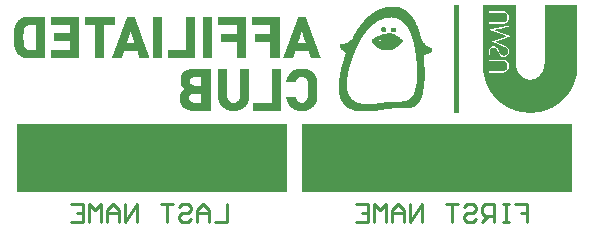
<source format=gbo>
G04*
G04 #@! TF.GenerationSoftware,Altium Limited,Altium Designer,18.1.7 (191)*
G04*
G04 Layer_Color=32896*
%FSLAX25Y25*%
%MOIN*%
G70*
G01*
G75*
%ADD14C,0.01000*%
%ADD90C,0.00090*%
%ADD91R,0.90000X0.22500*%
D14*
X180273Y249935D02*
X184272D01*
Y246936D01*
X182272D01*
X184272D01*
Y243937D01*
X178274Y249935D02*
X176274D01*
X177274D01*
Y243937D01*
X178274D01*
X176274D01*
X173275D02*
Y249935D01*
X170276D01*
X169276Y248935D01*
Y246936D01*
X170276Y245936D01*
X173275D01*
X171276D02*
X169276Y243937D01*
X163278Y248935D02*
X164278Y249935D01*
X166278D01*
X167277Y248935D01*
Y247936D01*
X166278Y246936D01*
X164278D01*
X163278Y245936D01*
Y244937D01*
X164278Y243937D01*
X166278D01*
X167277Y244937D01*
X161279Y249935D02*
X157280D01*
X159280D01*
Y243937D01*
X149283D02*
Y249935D01*
X145284Y243937D01*
Y249935D01*
X143285Y243937D02*
Y247936D01*
X141286Y249935D01*
X139286Y247936D01*
Y243937D01*
Y246936D01*
X143285D01*
X137287Y243937D02*
Y249935D01*
X135287Y247936D01*
X133288Y249935D01*
Y243937D01*
X127290Y249935D02*
X131289D01*
Y243937D01*
X127290D01*
X131289Y246936D02*
X129289D01*
X84272Y249935D02*
Y243937D01*
X80273D01*
X78274D02*
Y247936D01*
X76274Y249935D01*
X74275Y247936D01*
Y243937D01*
Y246936D01*
X78274D01*
X68277Y248935D02*
X69276Y249935D01*
X71276D01*
X72276Y248935D01*
Y247936D01*
X71276Y246936D01*
X69276D01*
X68277Y245936D01*
Y244937D01*
X69276Y243937D01*
X71276D01*
X72276Y244937D01*
X66277Y249935D02*
X62279D01*
X64278D01*
Y243937D01*
X54281D02*
Y249935D01*
X50283Y243937D01*
Y249935D01*
X48283Y243937D02*
Y247936D01*
X46284Y249935D01*
X44285Y247936D01*
Y243937D01*
Y246936D01*
X48283D01*
X42285Y243937D02*
Y249935D01*
X40286Y247936D01*
X38287Y249935D01*
Y243937D01*
X32289Y249935D02*
X36287D01*
Y243937D01*
X32289D01*
X36287Y246936D02*
X34288D01*
D90*
X190242Y316257D02*
X200772D01*
X169632D02*
X180252D01*
X159912D02*
X161352D01*
X190242Y316167D02*
X200772D01*
X169632D02*
X180252D01*
X159912D02*
X161352D01*
X190242Y316077D02*
X200772D01*
X169632D02*
X180252D01*
X159912D02*
X161352D01*
X190242Y315987D02*
X200772D01*
X169632D02*
X180252D01*
X159912D02*
X161352D01*
X190242Y315897D02*
X200772D01*
X169632D02*
X180252D01*
X159912D02*
X161352D01*
X190242Y315807D02*
X200772D01*
X169632D02*
X180252D01*
X159912D02*
X161352D01*
X190242Y315717D02*
X200772D01*
X169632D02*
X180252D01*
X159912D02*
X161352D01*
X138852D02*
X140292D01*
X190242Y315627D02*
X200772D01*
X169632D02*
X180252D01*
X159912D02*
X161352D01*
X138222D02*
X140922D01*
X190242Y315537D02*
X200772D01*
X169632D02*
X180252D01*
X159912D02*
X161352D01*
X137862D02*
X141282D01*
X190242Y315447D02*
X200772D01*
X169632D02*
X180252D01*
X159912D02*
X161352D01*
X137142D02*
X141642D01*
X190242Y315357D02*
X200772D01*
X169632D02*
X180252D01*
X159912D02*
X161352D01*
X136602D02*
X141912D01*
X190242Y315267D02*
X200772D01*
X169632D02*
X180252D01*
X159912D02*
X161352D01*
X136242D02*
X142092D01*
X190242Y315177D02*
X200772D01*
X169632D02*
X180252D01*
X159912D02*
X161352D01*
X135882D02*
X142362D01*
X190242Y315087D02*
X200772D01*
X169632D02*
X180252D01*
X159912D02*
X161352D01*
X135612D02*
X142542D01*
X190242Y314997D02*
X200772D01*
X169632D02*
X180252D01*
X159912D02*
X161352D01*
X135432D02*
X142722D01*
X190242Y314907D02*
X200772D01*
X169632D02*
X180252D01*
X159912D02*
X161352D01*
X135162D02*
X142902D01*
X190242Y314817D02*
X200772D01*
X169632D02*
X180252D01*
X159912D02*
X161352D01*
X134982D02*
X143082D01*
X190242Y314727D02*
X200772D01*
X169632D02*
X180252D01*
X159912D02*
X161352D01*
X134712D02*
X143172D01*
X190242Y314637D02*
X200772D01*
X169632D02*
X180252D01*
X159912D02*
X161352D01*
X134532D02*
X143352D01*
X190242Y314547D02*
X200772D01*
X176292D02*
X180252D01*
X169632D02*
X171162D01*
X159912D02*
X161352D01*
X134352D02*
X143532D01*
X190242Y314457D02*
X200772D01*
X176742D02*
X180252D01*
X169632D02*
X171162D01*
X159912D02*
X161352D01*
X134172D02*
X143622D01*
X190242Y314367D02*
X200772D01*
X177012D02*
X180252D01*
X169632D02*
X171162D01*
X159912D02*
X161352D01*
X133992D02*
X143712D01*
X190242Y314277D02*
X200772D01*
X177192D02*
X180252D01*
X169632D02*
X171162D01*
X159912D02*
X161352D01*
X133902D02*
X143892D01*
X190242Y314187D02*
X200772D01*
X177372D02*
X180252D01*
X169632D02*
X171162D01*
X159912D02*
X161352D01*
X133722D02*
X143982D01*
X190242Y314097D02*
X200772D01*
X177462D02*
X180252D01*
X169632D02*
X171162D01*
X159912D02*
X161352D01*
X133542D02*
X144072D01*
X190242Y314007D02*
X200772D01*
X177552D02*
X180252D01*
X169632D02*
X171162D01*
X159912D02*
X161352D01*
X133452D02*
X144162D01*
X190242Y313917D02*
X200772D01*
X177642D02*
X180252D01*
X169632D02*
X171162D01*
X159912D02*
X161352D01*
X133272D02*
X144342D01*
X190242Y313827D02*
X200772D01*
X177732D02*
X180252D01*
X169632D02*
X171162D01*
X159912D02*
X161352D01*
X133182D02*
X144432D01*
X190242Y313737D02*
X200772D01*
X177822D02*
X180252D01*
X169632D02*
X176292D01*
X159912D02*
X161352D01*
X133002D02*
X144522D01*
X190242Y313647D02*
X200772D01*
X177912D02*
X180252D01*
X169632D02*
X176562D01*
X159912D02*
X161352D01*
X132912D02*
X144612D01*
X190242Y313557D02*
X200772D01*
X178002D02*
X180252D01*
X169632D02*
X176742D01*
X159912D02*
X161352D01*
X132732D02*
X144702D01*
X190242Y313467D02*
X200772D01*
X178002D02*
X180252D01*
X169632D02*
X176922D01*
X159912D02*
X161352D01*
X132642D02*
X144792D01*
X190242Y313377D02*
X200772D01*
X178092D02*
X180252D01*
X169632D02*
X177012D01*
X159912D02*
X161352D01*
X132462D02*
X144882D01*
X190242Y313287D02*
X200772D01*
X178092D02*
X180252D01*
X169632D02*
X177102D01*
X159912D02*
X161352D01*
X132372D02*
X144972D01*
X190242Y313197D02*
X200772D01*
X178182D02*
X180252D01*
X169632D02*
X177192D01*
X159912D02*
X161352D01*
X132282D02*
X145062D01*
X190242Y313107D02*
X200772D01*
X178182D02*
X180252D01*
X169632D02*
X177282D01*
X159912D02*
X161352D01*
X132192D02*
X145152D01*
X190242Y313017D02*
X200772D01*
X178272D02*
X180252D01*
X169632D02*
X177282D01*
X159912D02*
X161352D01*
X132012D02*
X145242D01*
X190242Y312927D02*
X200772D01*
X178272D02*
X180252D01*
X169632D02*
X177372D01*
X159912D02*
X161352D01*
X131922D02*
X145242D01*
X190242Y312837D02*
X200772D01*
X178272D02*
X180252D01*
X169632D02*
X177372D01*
X159912D02*
X161352D01*
X131832D02*
X145332D01*
X190242Y312747D02*
X200772D01*
X178272D02*
X180252D01*
X169632D02*
X177462D01*
X159912D02*
X161352D01*
X131742D02*
X145422D01*
X190242Y312657D02*
X200772D01*
X178272D02*
X180252D01*
X169632D02*
X177462D01*
X159912D02*
X161352D01*
X131652D02*
X145512D01*
X190242Y312567D02*
X200772D01*
X178272D02*
X180252D01*
X169632D02*
X177462D01*
X159912D02*
X161352D01*
X131472D02*
X145602D01*
X190242Y312477D02*
X200772D01*
X178362D02*
X180252D01*
X169632D02*
X177462D01*
X159912D02*
X161352D01*
X131382D02*
X145602D01*
X190242Y312387D02*
X200772D01*
X178362D02*
X180252D01*
X169632D02*
X177462D01*
X159912D02*
X161352D01*
X139482D02*
X145692D01*
X131292D02*
X138582D01*
X108072D02*
X110232D01*
X92592D02*
X101592D01*
X81342D02*
X90342D01*
X76392D02*
X79092D01*
X70632D02*
X73332D01*
X59652D02*
X62442D01*
X51012D02*
X53172D01*
X36882D02*
X46692D01*
X25812D02*
X34812D01*
X17892D02*
X23292D01*
X190242Y312297D02*
X200772D01*
X178362D02*
X180252D01*
X169632D02*
X177462D01*
X159912D02*
X161352D01*
X140112D02*
X145782D01*
X131202D02*
X137952D01*
X108072D02*
X110232D01*
X92592D02*
X101592D01*
X81342D02*
X90342D01*
X76392D02*
X79092D01*
X70632D02*
X73332D01*
X59652D02*
X62442D01*
X51012D02*
X53262D01*
X36882D02*
X46692D01*
X25812D02*
X34812D01*
X17172D02*
X23292D01*
X190242Y312207D02*
X200772D01*
X178362D02*
X180252D01*
X169632D02*
X177462D01*
X159912D02*
X161352D01*
X140472D02*
X145872D01*
X131112D02*
X137592D01*
X107982D02*
X110322D01*
X92592D02*
X101592D01*
X81342D02*
X90342D01*
X76392D02*
X79092D01*
X70632D02*
X73332D01*
X59652D02*
X62442D01*
X50922D02*
X53262D01*
X36882D02*
X46692D01*
X25812D02*
X34812D01*
X16722D02*
X23292D01*
X190242Y312117D02*
X200772D01*
X178362D02*
X180252D01*
X169632D02*
X177462D01*
X159912D02*
X161352D01*
X140742D02*
X145872D01*
X131022D02*
X136782D01*
X107982D02*
X110322D01*
X92592D02*
X101592D01*
X81342D02*
X90342D01*
X76392D02*
X79092D01*
X70632D02*
X73332D01*
X59652D02*
X62442D01*
X50922D02*
X53262D01*
X36882D02*
X46692D01*
X25812D02*
X34812D01*
X16452D02*
X23292D01*
X190242Y312027D02*
X200772D01*
X178362D02*
X180252D01*
X169632D02*
X177462D01*
X159912D02*
X161352D01*
X141012D02*
X145962D01*
X130932D02*
X136422D01*
X107892D02*
X110322D01*
X92592D02*
X101592D01*
X81342D02*
X90342D01*
X76392D02*
X79092D01*
X70632D02*
X73332D01*
X59652D02*
X62442D01*
X50922D02*
X53352D01*
X36882D02*
X46692D01*
X25812D02*
X34812D01*
X16182D02*
X23292D01*
X190242Y311937D02*
X200772D01*
X178272D02*
X180252D01*
X169632D02*
X177462D01*
X159912D02*
X161352D01*
X141282D02*
X146052D01*
X130842D02*
X136062D01*
X107892D02*
X110412D01*
X92592D02*
X101592D01*
X81342D02*
X90342D01*
X76392D02*
X79092D01*
X70632D02*
X73332D01*
X59652D02*
X62442D01*
X50832D02*
X53352D01*
X36882D02*
X46692D01*
X25812D02*
X34812D01*
X16002D02*
X23292D01*
X190242Y311847D02*
X200772D01*
X178272D02*
X180252D01*
X169632D02*
X177462D01*
X159912D02*
X161352D01*
X141462D02*
X146052D01*
X130752D02*
X135792D01*
X107892D02*
X110412D01*
X92592D02*
X101592D01*
X81342D02*
X90342D01*
X76392D02*
X79092D01*
X70632D02*
X73332D01*
X59652D02*
X62442D01*
X50832D02*
X53352D01*
X36882D02*
X46692D01*
X25812D02*
X34812D01*
X15822D02*
X23292D01*
X190242Y311757D02*
X200772D01*
X178272D02*
X180252D01*
X169632D02*
X177372D01*
X159912D02*
X161352D01*
X141642D02*
X146142D01*
X130662D02*
X135522D01*
X107802D02*
X110502D01*
X92592D02*
X101592D01*
X81342D02*
X90342D01*
X76392D02*
X79092D01*
X70632D02*
X73332D01*
X59652D02*
X62442D01*
X50832D02*
X53442D01*
X36882D02*
X46692D01*
X25812D02*
X34812D01*
X15642D02*
X23292D01*
X190242Y311667D02*
X200772D01*
X178272D02*
X180252D01*
X169632D02*
X177372D01*
X159912D02*
X161352D01*
X141822D02*
X146232D01*
X130572D02*
X135342D01*
X107802D02*
X110502D01*
X92592D02*
X101592D01*
X81342D02*
X90342D01*
X76392D02*
X79092D01*
X70632D02*
X73332D01*
X59652D02*
X62442D01*
X50742D02*
X53442D01*
X36882D02*
X46692D01*
X25812D02*
X34812D01*
X15462D02*
X23292D01*
X190242Y311577D02*
X200772D01*
X178272D02*
X180252D01*
X169632D02*
X177372D01*
X159912D02*
X161352D01*
X142002D02*
X146232D01*
X130482D02*
X135072D01*
X107802D02*
X110502D01*
X92592D02*
X101592D01*
X81342D02*
X90342D01*
X76392D02*
X79092D01*
X70632D02*
X73332D01*
X59652D02*
X62442D01*
X50742D02*
X53442D01*
X36882D02*
X46692D01*
X25812D02*
X34812D01*
X15282D02*
X23292D01*
X190242Y311487D02*
X200772D01*
X178182D02*
X180252D01*
X169632D02*
X177282D01*
X159912D02*
X161352D01*
X142092D02*
X146322D01*
X130392D02*
X134892D01*
X107712D02*
X110592D01*
X92592D02*
X101592D01*
X81342D02*
X90342D01*
X76392D02*
X79092D01*
X70632D02*
X73332D01*
X59652D02*
X62442D01*
X50652D02*
X53532D01*
X36882D02*
X46692D01*
X25812D02*
X34812D01*
X15192D02*
X23292D01*
X190242Y311397D02*
X200772D01*
X178182D02*
X180252D01*
X169632D02*
X177192D01*
X159912D02*
X161352D01*
X142272D02*
X146322D01*
X130302D02*
X134712D01*
X107712D02*
X110592D01*
X92592D02*
X101592D01*
X81342D02*
X90342D01*
X76392D02*
X79092D01*
X70632D02*
X73332D01*
X59652D02*
X62442D01*
X50652D02*
X53532D01*
X36882D02*
X46692D01*
X25812D02*
X34812D01*
X15102D02*
X23292D01*
X190242Y311307D02*
X200772D01*
X178182D02*
X180252D01*
X169632D02*
X177192D01*
X159912D02*
X161352D01*
X142362D02*
X146412D01*
X130212D02*
X134532D01*
X107712D02*
X110592D01*
X92592D02*
X101592D01*
X81342D02*
X90342D01*
X76392D02*
X79092D01*
X70632D02*
X73332D01*
X59652D02*
X62442D01*
X50652D02*
X53622D01*
X36882D02*
X46692D01*
X25812D02*
X34812D01*
X15012D02*
X23292D01*
X190242Y311217D02*
X200772D01*
X178092D02*
X180252D01*
X169632D02*
X177102D01*
X159912D02*
X161352D01*
X142542D02*
X146502D01*
X130122D02*
X134352D01*
X107622D02*
X110682D01*
X92592D02*
X101592D01*
X81342D02*
X90342D01*
X76392D02*
X79092D01*
X70632D02*
X73332D01*
X59652D02*
X62442D01*
X50562D02*
X53622D01*
X36882D02*
X46692D01*
X25812D02*
X34812D01*
X14832D02*
X23292D01*
X190242Y311127D02*
X200772D01*
X178092D02*
X180252D01*
X169632D02*
X177012D01*
X159912D02*
X161352D01*
X142632D02*
X146502D01*
X130032D02*
X134262D01*
X107622D02*
X110682D01*
X92592D02*
X101592D01*
X81342D02*
X90342D01*
X76392D02*
X79092D01*
X70632D02*
X73332D01*
X59652D02*
X62442D01*
X50562D02*
X53622D01*
X36882D02*
X46692D01*
X25812D02*
X34812D01*
X14742D02*
X23292D01*
X190242Y311037D02*
X200772D01*
X178002D02*
X180252D01*
X169632D02*
X176832D01*
X159912D02*
X161352D01*
X142722D02*
X146592D01*
X130032D02*
X134082D01*
X107532D02*
X110682D01*
X92592D02*
X101592D01*
X81342D02*
X90342D01*
X76392D02*
X79092D01*
X70632D02*
X73332D01*
X59652D02*
X62442D01*
X50562D02*
X53712D01*
X36882D02*
X46692D01*
X25812D02*
X34812D01*
X14652D02*
X23292D01*
X190242Y310947D02*
X200772D01*
X177912D02*
X180252D01*
X169632D02*
X176742D01*
X159912D02*
X161352D01*
X142812D02*
X146592D01*
X129942D02*
X133902D01*
X107532D02*
X110772D01*
X92592D02*
X101592D01*
X81342D02*
X90342D01*
X76392D02*
X79092D01*
X70632D02*
X73332D01*
X59652D02*
X62442D01*
X50472D02*
X53712D01*
X36882D02*
X46692D01*
X25812D02*
X34812D01*
X14562D02*
X23292D01*
X190242Y310857D02*
X200772D01*
X177912D02*
X180252D01*
X169632D02*
X176472D01*
X159912D02*
X161352D01*
X142992D02*
X146682D01*
X129852D02*
X133812D01*
X107532D02*
X110772D01*
X92592D02*
X101592D01*
X81342D02*
X90342D01*
X76392D02*
X79092D01*
X70632D02*
X73332D01*
X59652D02*
X62442D01*
X50472D02*
X53712D01*
X36882D02*
X46692D01*
X25812D02*
X34812D01*
X14562D02*
X23292D01*
X190242Y310767D02*
X200772D01*
X177822D02*
X180252D01*
X169632D02*
X171162D01*
X159912D02*
X161352D01*
X143082D02*
X146682D01*
X129762D02*
X133632D01*
X107442D02*
X110862D01*
X92592D02*
X101592D01*
X81342D02*
X90342D01*
X76392D02*
X79092D01*
X70632D02*
X73332D01*
X59652D02*
X62442D01*
X50382D02*
X53802D01*
X36882D02*
X46692D01*
X25812D02*
X34812D01*
X14472D02*
X23292D01*
X190242Y310677D02*
X200772D01*
X177732D02*
X180252D01*
X169632D02*
X171162D01*
X159912D02*
X161352D01*
X143172D02*
X146772D01*
X129672D02*
X133542D01*
X107442D02*
X110862D01*
X92592D02*
X101592D01*
X81342D02*
X90342D01*
X76392D02*
X79092D01*
X70632D02*
X73332D01*
X59652D02*
X62442D01*
X50382D02*
X53802D01*
X36882D02*
X46692D01*
X25812D02*
X34812D01*
X14382D02*
X23292D01*
X190242Y310587D02*
X200772D01*
X177642D02*
X180252D01*
X169632D02*
X171162D01*
X159912D02*
X161352D01*
X143262D02*
X146772D01*
X129582D02*
X133362D01*
X107442D02*
X110862D01*
X92592D02*
X101592D01*
X81342D02*
X90342D01*
X76392D02*
X79092D01*
X70632D02*
X73332D01*
X59652D02*
X62442D01*
X50382D02*
X53802D01*
X36882D02*
X46692D01*
X25812D02*
X34812D01*
X14292D02*
X23292D01*
X190242Y310497D02*
X200772D01*
X177552D02*
X180252D01*
X169632D02*
X171162D01*
X159912D02*
X161352D01*
X143352D02*
X146862D01*
X129492D02*
X133272D01*
X107352D02*
X110952D01*
X92592D02*
X101592D01*
X81342D02*
X90342D01*
X76392D02*
X79092D01*
X70632D02*
X73332D01*
X59652D02*
X62442D01*
X50292D02*
X53892D01*
X36882D02*
X46692D01*
X25812D02*
X34812D01*
X14202D02*
X23292D01*
X190242Y310407D02*
X200772D01*
X177372D02*
X180252D01*
X169632D02*
X171162D01*
X159912D02*
X161352D01*
X143442D02*
X146952D01*
X129492D02*
X133182D01*
X107352D02*
X110952D01*
X92592D02*
X101592D01*
X81342D02*
X90342D01*
X76392D02*
X79092D01*
X70632D02*
X73332D01*
X59652D02*
X62442D01*
X50292D02*
X53892D01*
X36882D02*
X46692D01*
X25812D02*
X34812D01*
X14202D02*
X23292D01*
X190242Y310317D02*
X200772D01*
X177282D02*
X180252D01*
X169632D02*
X171162D01*
X159912D02*
X161352D01*
X143532D02*
X146952D01*
X129402D02*
X133002D01*
X107352D02*
X110952D01*
X92592D02*
X101592D01*
X81342D02*
X90342D01*
X76392D02*
X79092D01*
X70632D02*
X73332D01*
X59652D02*
X62442D01*
X50292D02*
X53982D01*
X36882D02*
X46692D01*
X25812D02*
X34812D01*
X14112D02*
X23292D01*
X190242Y310227D02*
X200772D01*
X177102D02*
X180252D01*
X169632D02*
X171162D01*
X159912D02*
X161352D01*
X143622D02*
X146952D01*
X129312D02*
X132912D01*
X107262D02*
X111042D01*
X92592D02*
X101592D01*
X81342D02*
X90342D01*
X76392D02*
X79092D01*
X70632D02*
X73332D01*
X59652D02*
X62442D01*
X50202D02*
X53982D01*
X36882D02*
X46692D01*
X25812D02*
X34812D01*
X14112D02*
X23292D01*
X190242Y310137D02*
X200772D01*
X176832D02*
X180252D01*
X169632D02*
X171162D01*
X159912D02*
X161352D01*
X143712D02*
X147042D01*
X129222D02*
X132822D01*
X107262D02*
X111042D01*
X92592D02*
X101592D01*
X81342D02*
X90342D01*
X76392D02*
X79092D01*
X70632D02*
X73332D01*
X59652D02*
X62442D01*
X50202D02*
X53982D01*
X36882D02*
X46692D01*
X25812D02*
X34812D01*
X14022D02*
X23292D01*
X190242Y310047D02*
X200772D01*
X176562D02*
X180252D01*
X169632D02*
X171162D01*
X159912D02*
X161352D01*
X143712D02*
X147042D01*
X129132D02*
X132642D01*
X107172D02*
X111042D01*
X92592D02*
X101592D01*
X81342D02*
X90342D01*
X76392D02*
X79092D01*
X70632D02*
X73332D01*
X59652D02*
X62442D01*
X50202D02*
X54072D01*
X36882D02*
X46692D01*
X25812D02*
X34812D01*
X13932D02*
X23292D01*
X190242Y309957D02*
X200772D01*
X169632D02*
X180252D01*
X159912D02*
X161352D01*
X143802D02*
X147132D01*
X129132D02*
X132552D01*
X107172D02*
X111132D01*
X92592D02*
X101592D01*
X81342D02*
X90342D01*
X76392D02*
X79092D01*
X70632D02*
X73332D01*
X59652D02*
X62442D01*
X50112D02*
X54072D01*
X36882D02*
X46692D01*
X25812D02*
X34812D01*
X13932D02*
X23292D01*
X190242Y309867D02*
X200772D01*
X169632D02*
X180252D01*
X159912D02*
X161352D01*
X143892D02*
X147132D01*
X129042D02*
X132462D01*
X107172D02*
X111132D01*
X98802D02*
X101592D01*
X87642D02*
X90342D01*
X76392D02*
X79092D01*
X70632D02*
X73332D01*
X59652D02*
X62442D01*
X50112D02*
X54072D01*
X40392D02*
X43092D01*
X32022D02*
X34812D01*
X20592D02*
X23292D01*
X13842D02*
X17892D01*
X190242Y309777D02*
X200772D01*
X178362D02*
X180252D01*
X169632D02*
X178182D01*
X159912D02*
X161352D01*
X143982D02*
X147222D01*
X128952D02*
X132372D01*
X107082D02*
X111222D01*
X98802D02*
X101592D01*
X87642D02*
X90342D01*
X76392D02*
X79092D01*
X70632D02*
X73332D01*
X59652D02*
X62442D01*
X50022D02*
X54162D01*
X40392D02*
X43092D01*
X32022D02*
X34812D01*
X20592D02*
X23292D01*
X13842D02*
X17622D01*
X190242Y309687D02*
X200772D01*
X178362D02*
X180252D01*
X169632D02*
X177732D01*
X159912D02*
X161352D01*
X144072D02*
X147222D01*
X128862D02*
X132282D01*
X107082D02*
X111222D01*
X98802D02*
X101592D01*
X87642D02*
X90342D01*
X76392D02*
X79092D01*
X70632D02*
X73332D01*
X59652D02*
X62442D01*
X50022D02*
X54162D01*
X40392D02*
X43092D01*
X32022D02*
X34812D01*
X20592D02*
X23292D01*
X13842D02*
X17352D01*
X190242Y309597D02*
X200772D01*
X178362D02*
X180252D01*
X169632D02*
X177372D01*
X159912D02*
X161352D01*
X144072D02*
X147312D01*
X128862D02*
X132192D01*
X107082D02*
X111222D01*
X98802D02*
X101592D01*
X87642D02*
X90342D01*
X76392D02*
X79092D01*
X70632D02*
X73332D01*
X59652D02*
X62442D01*
X50022D02*
X54162D01*
X40392D02*
X43092D01*
X32022D02*
X34812D01*
X20592D02*
X23292D01*
X13752D02*
X17262D01*
X190242Y309507D02*
X200772D01*
X178362D02*
X180252D01*
X169632D02*
X176922D01*
X159912D02*
X161352D01*
X144162D02*
X147312D01*
X128772D02*
X132102D01*
X106992D02*
X111312D01*
X98802D02*
X101592D01*
X87642D02*
X90342D01*
X76392D02*
X79092D01*
X70632D02*
X73332D01*
X59652D02*
X62442D01*
X49932D02*
X54252D01*
X40392D02*
X43092D01*
X32022D02*
X34812D01*
X20592D02*
X23292D01*
X13752D02*
X17082D01*
X190242Y309417D02*
X200772D01*
X178362D02*
X180252D01*
X169632D02*
X176472D01*
X159912D02*
X161352D01*
X144252D02*
X147402D01*
X128682D02*
X132012D01*
X106992D02*
X111312D01*
X98802D02*
X101592D01*
X87642D02*
X90342D01*
X76392D02*
X79092D01*
X70632D02*
X73332D01*
X59652D02*
X62442D01*
X49932D02*
X54252D01*
X40392D02*
X43092D01*
X32022D02*
X34812D01*
X20592D02*
X23292D01*
X13752D02*
X16992D01*
X190242Y309327D02*
X200772D01*
X178362D02*
X180252D01*
X169632D02*
X176022D01*
X159912D02*
X161352D01*
X144342D02*
X147402D01*
X128592D02*
X131922D01*
X106992D02*
X111312D01*
X98802D02*
X101592D01*
X87642D02*
X90342D01*
X76392D02*
X79092D01*
X70632D02*
X73332D01*
X59652D02*
X62442D01*
X49932D02*
X54342D01*
X40392D02*
X43092D01*
X32022D02*
X34812D01*
X20592D02*
X23292D01*
X13662D02*
X16902D01*
X190242Y309237D02*
X200772D01*
X178362D02*
X180252D01*
X169632D02*
X175662D01*
X159912D02*
X161352D01*
X144342D02*
X147402D01*
X128592D02*
X131742D01*
X106902D02*
X111402D01*
X98802D02*
X101592D01*
X87642D02*
X90342D01*
X76392D02*
X79092D01*
X70632D02*
X73332D01*
X59652D02*
X62442D01*
X49842D02*
X54342D01*
X40392D02*
X43092D01*
X32022D02*
X34812D01*
X20592D02*
X23292D01*
X13662D02*
X16812D01*
X190242Y309147D02*
X200772D01*
X178362D02*
X180252D01*
X169632D02*
X175212D01*
X159912D02*
X161352D01*
X144432D02*
X147492D01*
X128502D02*
X131652D01*
X106902D02*
X111402D01*
X98802D02*
X101592D01*
X87642D02*
X90342D01*
X76392D02*
X79092D01*
X70632D02*
X73332D01*
X59652D02*
X62442D01*
X49842D02*
X54342D01*
X40392D02*
X43092D01*
X32022D02*
X34812D01*
X20592D02*
X23292D01*
X13662D02*
X16722D01*
X190242Y309057D02*
X200772D01*
X178362D02*
X180252D01*
X169632D02*
X174762D01*
X159912D02*
X161352D01*
X144522D02*
X147492D01*
X128412D02*
X131562D01*
X106812D02*
X111492D01*
X98802D02*
X101592D01*
X87642D02*
X90342D01*
X76392D02*
X79092D01*
X70632D02*
X73332D01*
X59652D02*
X62442D01*
X49842D02*
X54432D01*
X40392D02*
X43092D01*
X32022D02*
X34812D01*
X20592D02*
X23292D01*
X13572D02*
X16632D01*
X190242Y308967D02*
X200772D01*
X177912D02*
X180252D01*
X169632D02*
X174312D01*
X159912D02*
X161352D01*
X144522D02*
X147582D01*
X128412D02*
X131472D01*
X106812D02*
X111492D01*
X98802D02*
X101592D01*
X87642D02*
X90342D01*
X76392D02*
X79092D01*
X70632D02*
X73332D01*
X59652D02*
X62442D01*
X49752D02*
X54432D01*
X40392D02*
X43092D01*
X32022D02*
X34812D01*
X20592D02*
X23292D01*
X13572D02*
X16542D01*
X190242Y308877D02*
X200772D01*
X177552D02*
X180252D01*
X169632D02*
X173952D01*
X159912D02*
X161352D01*
X144612D02*
X147582D01*
X128322D02*
X131472D01*
X106812D02*
X111492D01*
X98802D02*
X101592D01*
X87642D02*
X90342D01*
X76392D02*
X79092D01*
X70632D02*
X73332D01*
X59652D02*
X62442D01*
X49752D02*
X54432D01*
X40392D02*
X43092D01*
X32022D02*
X34812D01*
X20592D02*
X23292D01*
X13572D02*
X16542D01*
X190242Y308787D02*
X200772D01*
X177102D02*
X180252D01*
X169632D02*
X173502D01*
X159912D02*
X161352D01*
X144612D02*
X147582D01*
X136152D02*
X136602D01*
X128232D02*
X131382D01*
X106722D02*
X111582D01*
X98802D02*
X101592D01*
X87642D02*
X90342D01*
X76392D02*
X79092D01*
X70632D02*
X73332D01*
X59652D02*
X62442D01*
X49662D02*
X54522D01*
X40392D02*
X43092D01*
X32022D02*
X34812D01*
X20592D02*
X23292D01*
X13572D02*
X16452D01*
X190242Y308697D02*
X200772D01*
X176652D02*
X180252D01*
X169632D02*
X173052D01*
X159912D02*
X161352D01*
X144702D02*
X147672D01*
X139392D02*
X140022D01*
X135972D02*
X136782D01*
X128142D02*
X131292D01*
X106722D02*
X111582D01*
X98802D02*
X101592D01*
X87642D02*
X90342D01*
X76392D02*
X79092D01*
X70632D02*
X73332D01*
X59652D02*
X62442D01*
X49662D02*
X54522D01*
X40392D02*
X43092D01*
X32022D02*
X34812D01*
X20592D02*
X23292D01*
X13482D02*
X16452D01*
X190242Y308607D02*
X200772D01*
X176292D02*
X180252D01*
X169632D02*
X172602D01*
X159912D02*
X161352D01*
X144792D02*
X147672D01*
X139212D02*
X140202D01*
X135882D02*
X136872D01*
X128142D02*
X131202D01*
X106722D02*
X111582D01*
X98802D02*
X101592D01*
X87642D02*
X90342D01*
X76392D02*
X79092D01*
X70632D02*
X73332D01*
X59652D02*
X62442D01*
X49662D02*
X54522D01*
X40392D02*
X43092D01*
X32022D02*
X34812D01*
X20592D02*
X23292D01*
X13482D02*
X16362D01*
X190242Y308517D02*
X200772D01*
X175842D02*
X180252D01*
X169632D02*
X172242D01*
X159912D02*
X161352D01*
X144792D02*
X147762D01*
X139122D02*
X140292D01*
X136512D02*
X136962D01*
X135792D02*
X136332D01*
X128052D02*
X131112D01*
X106632D02*
X111672D01*
X98802D02*
X101592D01*
X87642D02*
X90342D01*
X76392D02*
X79092D01*
X70632D02*
X73332D01*
X59652D02*
X62442D01*
X49572D02*
X54612D01*
X40392D02*
X43092D01*
X32022D02*
X34812D01*
X20592D02*
X23292D01*
X13482D02*
X16362D01*
X190242Y308427D02*
X200772D01*
X175392D02*
X180252D01*
X169632D02*
X171792D01*
X159912D02*
X161352D01*
X144882D02*
X147762D01*
X139842D02*
X140292D01*
X139122D02*
X139572D01*
X136602D02*
X137052D01*
X135702D02*
X136242D01*
X127962D02*
X131022D01*
X106632D02*
X111672D01*
X98802D02*
X101592D01*
X87642D02*
X90342D01*
X76392D02*
X79092D01*
X70632D02*
X73332D01*
X59652D02*
X62442D01*
X49572D02*
X54612D01*
X40392D02*
X43092D01*
X32022D02*
X34812D01*
X20592D02*
X23292D01*
X13482D02*
X16362D01*
X190242Y308337D02*
X200772D01*
X175032D02*
X180252D01*
X169632D02*
X171342D01*
X159912D02*
X161352D01*
X144882D02*
X147762D01*
X139842D02*
X140382D01*
X139032D02*
X139572D01*
X135702D02*
X137052D01*
X127962D02*
X130932D01*
X106542D02*
X111672D01*
X98802D02*
X101592D01*
X87642D02*
X90342D01*
X76392D02*
X79092D01*
X70632D02*
X73332D01*
X59652D02*
X62442D01*
X49572D02*
X54702D01*
X40392D02*
X43092D01*
X32022D02*
X34812D01*
X20592D02*
X23292D01*
X13482D02*
X16272D01*
X190242Y308247D02*
X200772D01*
X174582D02*
X180252D01*
X169632D02*
X170892D01*
X159912D02*
X161352D01*
X144972D02*
X147852D01*
X139032D02*
X140382D01*
X135702D02*
X137052D01*
X127872D02*
X130842D01*
X106542D02*
X111762D01*
X98802D02*
X101592D01*
X87642D02*
X90342D01*
X76392D02*
X79092D01*
X70632D02*
X73332D01*
X59652D02*
X62442D01*
X49482D02*
X54702D01*
X40392D02*
X43092D01*
X32022D02*
X34812D01*
X20592D02*
X23292D01*
X13482D02*
X16272D01*
X190242Y308157D02*
X200772D01*
X174132D02*
X180252D01*
X169632D02*
X171162D01*
X159912D02*
X161352D01*
X144972D02*
X147852D01*
X139032D02*
X140382D01*
X135702D02*
X137052D01*
X127782D02*
X130752D01*
X106542D02*
X111762D01*
X98802D02*
X101592D01*
X87642D02*
X90342D01*
X76392D02*
X79092D01*
X70632D02*
X73332D01*
X59652D02*
X62442D01*
X52092D02*
X54702D01*
X49482D02*
X52002D01*
X40392D02*
X43092D01*
X32022D02*
X34812D01*
X20592D02*
X23292D01*
X13482D02*
X16272D01*
X190242Y308067D02*
X200772D01*
X173772D02*
X180252D01*
X169632D02*
X171342D01*
X159912D02*
X161352D01*
X145062D02*
X147852D01*
X139032D02*
X140382D01*
X135702D02*
X137052D01*
X127782D02*
X130662D01*
X109152D02*
X111852D01*
X106452D02*
X109062D01*
X98802D02*
X101592D01*
X87642D02*
X90342D01*
X76392D02*
X79092D01*
X70632D02*
X73332D01*
X59652D02*
X62442D01*
X52092D02*
X54792D01*
X49482D02*
X52002D01*
X40392D02*
X43092D01*
X32022D02*
X34812D01*
X20592D02*
X23292D01*
X13482D02*
X16272D01*
X190242Y307977D02*
X200772D01*
X173862D02*
X180252D01*
X169632D02*
X171612D01*
X159912D02*
X161352D01*
X145062D02*
X147942D01*
X139032D02*
X140382D01*
X135702D02*
X137052D01*
X127692D02*
X130662D01*
X109152D02*
X111852D01*
X106452D02*
X108972D01*
X98802D02*
X101592D01*
X87642D02*
X90342D01*
X76392D02*
X79092D01*
X70632D02*
X73332D01*
X59652D02*
X62442D01*
X52092D02*
X54792D01*
X49392D02*
X52002D01*
X40392D02*
X43092D01*
X32022D02*
X34812D01*
X20592D02*
X23292D01*
X13392D02*
X16272D01*
X190242Y307887D02*
X200772D01*
X174132D02*
X180252D01*
X169632D02*
X171882D01*
X159912D02*
X161352D01*
X145152D02*
X147942D01*
X139032D02*
X140382D01*
X135702D02*
X137052D01*
X127692D02*
X130572D01*
X109152D02*
X111852D01*
X106452D02*
X108972D01*
X98802D02*
X101592D01*
X87642D02*
X90342D01*
X76392D02*
X79092D01*
X70632D02*
X73332D01*
X59652D02*
X62442D01*
X52182D02*
X54792D01*
X49392D02*
X51912D01*
X40392D02*
X43092D01*
X32022D02*
X34812D01*
X20592D02*
X23292D01*
X13392D02*
X16182D01*
X190242Y307797D02*
X200772D01*
X174402D02*
X180252D01*
X169632D02*
X172152D01*
X159912D02*
X161352D01*
X145152D02*
X147942D01*
X139122D02*
X140292D01*
X135792D02*
X136962D01*
X127602D02*
X130482D01*
X109242D02*
X111942D01*
X106362D02*
X108972D01*
X98802D02*
X101592D01*
X87642D02*
X90342D01*
X76392D02*
X79092D01*
X70632D02*
X73332D01*
X59652D02*
X62442D01*
X52182D02*
X54882D01*
X49302D02*
X51912D01*
X40392D02*
X43092D01*
X32022D02*
X34812D01*
X20592D02*
X23292D01*
X13392D02*
X16182D01*
X190242Y307707D02*
X200772D01*
X174672D02*
X180252D01*
X169632D02*
X172422D01*
X159912D02*
X161352D01*
X145242D02*
X148032D01*
X139122D02*
X140292D01*
X135882D02*
X136872D01*
X127512D02*
X130392D01*
X109242D02*
X111942D01*
X106362D02*
X108882D01*
X98802D02*
X101592D01*
X87642D02*
X90342D01*
X76392D02*
X79092D01*
X70632D02*
X73332D01*
X59652D02*
X62442D01*
X52182D02*
X54882D01*
X49302D02*
X51912D01*
X40392D02*
X43092D01*
X32022D02*
X34812D01*
X20592D02*
X23292D01*
X13392D02*
X16182D01*
X190242Y307617D02*
X200772D01*
X174852D02*
X180252D01*
X169632D02*
X172692D01*
X159912D02*
X161352D01*
X145242D02*
X148032D01*
X139212D02*
X140202D01*
X135972D02*
X136782D01*
X127512D02*
X130302D01*
X109242D02*
X111942D01*
X106362D02*
X108882D01*
X98802D02*
X101592D01*
X87642D02*
X90342D01*
X76392D02*
X79092D01*
X70632D02*
X73332D01*
X59652D02*
X62442D01*
X52272D02*
X54882D01*
X49302D02*
X51822D01*
X40392D02*
X43092D01*
X32022D02*
X34812D01*
X20592D02*
X23292D01*
X13392D02*
X16182D01*
X190242Y307527D02*
X200772D01*
X175122D02*
X180252D01*
X169632D02*
X172872D01*
X159912D02*
X161352D01*
X145332D02*
X148032D01*
X139392D02*
X140022D01*
X136152D02*
X136602D01*
X127422D02*
X130302D01*
X109332D02*
X112032D01*
X106272D02*
X108882D01*
X98802D02*
X101592D01*
X87642D02*
X90342D01*
X76392D02*
X79092D01*
X70632D02*
X73332D01*
X59652D02*
X62442D01*
X52272D02*
X54972D01*
X49212D02*
X51822D01*
X40392D02*
X43092D01*
X32022D02*
X34812D01*
X20592D02*
X23292D01*
X13392D02*
X16182D01*
X190242Y307437D02*
X200772D01*
X175392D02*
X180252D01*
X169632D02*
X173142D01*
X159912D02*
X161352D01*
X145332D02*
X148122D01*
X127332D02*
X130212D01*
X109332D02*
X112032D01*
X106272D02*
X108792D01*
X98802D02*
X101592D01*
X87642D02*
X90342D01*
X76392D02*
X79092D01*
X70632D02*
X73332D01*
X59652D02*
X62442D01*
X52272D02*
X54972D01*
X49212D02*
X51822D01*
X40392D02*
X43092D01*
X32022D02*
X34812D01*
X20592D02*
X23292D01*
X13392D02*
X16182D01*
X190242Y307347D02*
X200772D01*
X175662D02*
X180252D01*
X169632D02*
X173412D01*
X159912D02*
X161352D01*
X145422D02*
X148122D01*
X127332D02*
X130122D01*
X109422D02*
X112032D01*
X106182D02*
X108792D01*
X98802D02*
X101592D01*
X87642D02*
X90342D01*
X76392D02*
X79092D01*
X70632D02*
X73332D01*
X59652D02*
X62442D01*
X52362D02*
X55062D01*
X49212D02*
X51732D01*
X40392D02*
X43092D01*
X32022D02*
X34812D01*
X20592D02*
X23292D01*
X13392D02*
X16182D01*
X190242Y307257D02*
X200772D01*
X175932D02*
X180252D01*
X169632D02*
X173682D01*
X159912D02*
X161352D01*
X145422D02*
X148122D01*
X127242D02*
X130032D01*
X109422D02*
X112122D01*
X106182D02*
X108792D01*
X98802D02*
X101592D01*
X87642D02*
X90342D01*
X76392D02*
X79092D01*
X70632D02*
X73332D01*
X59652D02*
X62442D01*
X52362D02*
X55062D01*
X49122D02*
X51732D01*
X40392D02*
X43092D01*
X32022D02*
X34812D01*
X20592D02*
X23292D01*
X13392D02*
X16182D01*
X190242Y307167D02*
X200772D01*
X176202D02*
X180252D01*
X169632D02*
X173952D01*
X159912D02*
X161352D01*
X145512D02*
X148212D01*
X127242D02*
X130032D01*
X109422D02*
X112122D01*
X106182D02*
X108702D01*
X98802D02*
X101592D01*
X87642D02*
X90342D01*
X76392D02*
X79092D01*
X70632D02*
X73332D01*
X59652D02*
X62442D01*
X52362D02*
X55062D01*
X49122D02*
X51732D01*
X40392D02*
X43092D01*
X32022D02*
X34812D01*
X20592D02*
X23292D01*
X13392D02*
X16182D01*
X190242Y307077D02*
X200772D01*
X176382D02*
X180252D01*
X169632D02*
X174222D01*
X159912D02*
X161352D01*
X145512D02*
X148212D01*
X127152D02*
X129942D01*
X109512D02*
X112212D01*
X106092D02*
X108702D01*
X98802D02*
X101592D01*
X87642D02*
X90342D01*
X76392D02*
X79092D01*
X70632D02*
X73332D01*
X59652D02*
X62442D01*
X52452D02*
X55152D01*
X49122D02*
X51642D01*
X40392D02*
X43092D01*
X32022D02*
X34812D01*
X20592D02*
X23292D01*
X13392D02*
X16182D01*
X190242Y306987D02*
X200772D01*
X176652D02*
X180252D01*
X169632D02*
X174402D01*
X159912D02*
X161352D01*
X145602D02*
X148212D01*
X127062D02*
X129852D01*
X109512D02*
X112212D01*
X106092D02*
X108702D01*
X98802D02*
X101592D01*
X87642D02*
X90342D01*
X76392D02*
X79092D01*
X70632D02*
X73332D01*
X59652D02*
X62442D01*
X52452D02*
X55152D01*
X49032D02*
X51642D01*
X40392D02*
X43092D01*
X32022D02*
X34812D01*
X20592D02*
X23292D01*
X13392D02*
X16182D01*
X190242Y306897D02*
X200772D01*
X176922D02*
X180252D01*
X169632D02*
X174672D01*
X159912D02*
X161352D01*
X145602D02*
X148212D01*
X127062D02*
X129762D01*
X109512D02*
X112212D01*
X106092D02*
X108612D01*
X98802D02*
X101592D01*
X87642D02*
X90342D01*
X76392D02*
X79092D01*
X70632D02*
X73332D01*
X59652D02*
X62442D01*
X52452D02*
X55152D01*
X49032D02*
X51642D01*
X40392D02*
X43092D01*
X32022D02*
X34812D01*
X20592D02*
X23292D01*
X13392D02*
X16182D01*
X190242Y306807D02*
X200772D01*
X177192D02*
X180252D01*
X169632D02*
X174942D01*
X159912D02*
X161352D01*
X145602D02*
X148302D01*
X137682D02*
X138852D01*
X126972D02*
X129762D01*
X109602D02*
X112302D01*
X106002D02*
X108612D01*
X98802D02*
X101592D01*
X87642D02*
X90342D01*
X76392D02*
X79092D01*
X70632D02*
X73332D01*
X59652D02*
X62442D01*
X52542D02*
X55242D01*
X48942D02*
X51552D01*
X40392D02*
X43092D01*
X26712D02*
X34812D01*
X20592D02*
X23292D01*
X13392D02*
X16182D01*
X190242Y306717D02*
X200772D01*
X177462D02*
X180252D01*
X169632D02*
X175212D01*
X159912D02*
X161352D01*
X145692D02*
X148302D01*
X137232D02*
X139212D01*
X126972D02*
X129672D01*
X109602D02*
X112302D01*
X106002D02*
X108612D01*
X93492D02*
X101592D01*
X82242D02*
X90342D01*
X76392D02*
X79092D01*
X70632D02*
X73332D01*
X59652D02*
X62442D01*
X52542D02*
X55242D01*
X48942D02*
X51552D01*
X40392D02*
X43092D01*
X26712D02*
X34812D01*
X20592D02*
X23292D01*
X13392D02*
X16092D01*
X190242Y306627D02*
X200772D01*
X177732D02*
X180252D01*
X169632D02*
X175482D01*
X159912D02*
X161352D01*
X145692D02*
X148302D01*
X136782D02*
X139482D01*
X126882D02*
X129582D01*
X109602D02*
X112302D01*
X106002D02*
X108522D01*
X93492D02*
X101592D01*
X82242D02*
X90342D01*
X76392D02*
X79092D01*
X70632D02*
X73332D01*
X59652D02*
X62442D01*
X52542D02*
X55242D01*
X48942D02*
X51552D01*
X40392D02*
X43092D01*
X26712D02*
X34812D01*
X20592D02*
X23292D01*
X13392D02*
X16092D01*
X190242Y306537D02*
X200772D01*
X177912D02*
X180252D01*
X169632D02*
X175752D01*
X159912D02*
X161352D01*
X145782D02*
X148392D01*
X136422D02*
X139752D01*
X126882D02*
X129582D01*
X109692D02*
X112392D01*
X105912D02*
X108522D01*
X93492D02*
X101592D01*
X82242D02*
X90342D01*
X76392D02*
X79092D01*
X70632D02*
X73332D01*
X59652D02*
X62442D01*
X52632D02*
X55332D01*
X48852D02*
X51462D01*
X40392D02*
X43092D01*
X26712D02*
X34812D01*
X20592D02*
X23292D01*
X13392D02*
X16092D01*
X190242Y306447D02*
X200772D01*
X178182D02*
X180252D01*
X169632D02*
X175932D01*
X159912D02*
X161352D01*
X145782D02*
X148392D01*
X136152D02*
X139932D01*
X126792D02*
X129492D01*
X109692D02*
X112392D01*
X105912D02*
X108522D01*
X93492D02*
X101592D01*
X82242D02*
X90342D01*
X76392D02*
X79092D01*
X70632D02*
X73332D01*
X59652D02*
X62442D01*
X52632D02*
X55332D01*
X48852D02*
X51462D01*
X40392D02*
X43092D01*
X26712D02*
X34812D01*
X20592D02*
X23292D01*
X13392D02*
X16092D01*
X190242Y306357D02*
X200772D01*
X178452D02*
X180252D01*
X169632D02*
X176202D01*
X159912D02*
X161352D01*
X145782D02*
X148392D01*
X135882D02*
X140112D01*
X126702D02*
X129402D01*
X109692D02*
X112392D01*
X105822D02*
X108432D01*
X93492D02*
X101592D01*
X82242D02*
X90342D01*
X76392D02*
X79092D01*
X70632D02*
X73332D01*
X59652D02*
X62442D01*
X52632D02*
X55422D01*
X48852D02*
X51462D01*
X40392D02*
X43092D01*
X26712D02*
X34812D01*
X20592D02*
X23292D01*
X13392D02*
X16092D01*
X190242Y306267D02*
X200772D01*
X178722D02*
X180252D01*
X169632D02*
X176472D01*
X159912D02*
X161352D01*
X145872D02*
X148392D01*
X135612D02*
X140292D01*
X126702D02*
X129402D01*
X109782D02*
X112482D01*
X105822D02*
X108432D01*
X93492D02*
X101592D01*
X82242D02*
X90342D01*
X76392D02*
X79092D01*
X70632D02*
X73332D01*
X59652D02*
X62442D01*
X52722D02*
X55422D01*
X48762D02*
X51372D01*
X40392D02*
X43092D01*
X26712D02*
X34812D01*
X20592D02*
X23292D01*
X13392D02*
X16092D01*
X190242Y306177D02*
X200772D01*
X178992D02*
X180252D01*
X169632D02*
X176742D01*
X159912D02*
X161352D01*
X145872D02*
X148482D01*
X135342D02*
X140472D01*
X126612D02*
X129312D01*
X109782D02*
X112482D01*
X105822D02*
X108432D01*
X93492D02*
X101592D01*
X82242D02*
X90342D01*
X76392D02*
X79092D01*
X70632D02*
X73332D01*
X59652D02*
X62442D01*
X52722D02*
X55422D01*
X48762D02*
X51372D01*
X40392D02*
X43092D01*
X26712D02*
X34812D01*
X20592D02*
X23292D01*
X13392D02*
X16092D01*
X190242Y306087D02*
X200772D01*
X179262D02*
X180252D01*
X169632D02*
X177012D01*
X159912D02*
X161352D01*
X145872D02*
X148482D01*
X135072D02*
X140652D01*
X126612D02*
X129222D01*
X109782D02*
X112572D01*
X105732D02*
X108342D01*
X93492D02*
X101592D01*
X82242D02*
X90342D01*
X76392D02*
X79092D01*
X70632D02*
X73332D01*
X59652D02*
X62442D01*
X52812D02*
X55512D01*
X48762D02*
X51372D01*
X40392D02*
X43092D01*
X26712D02*
X34812D01*
X20592D02*
X23292D01*
X13392D02*
X16092D01*
X190242Y305997D02*
X200772D01*
X179352D02*
X180252D01*
X169632D02*
X177012D01*
X159912D02*
X161352D01*
X145962D02*
X148482D01*
X134892D02*
X140742D01*
X126522D02*
X129222D01*
X109872D02*
X112572D01*
X105732D02*
X108342D01*
X93492D02*
X101592D01*
X82242D02*
X90342D01*
X76392D02*
X79092D01*
X70632D02*
X73332D01*
X59652D02*
X62442D01*
X52812D02*
X55512D01*
X48672D02*
X51282D01*
X40392D02*
X43092D01*
X26712D02*
X34812D01*
X20592D02*
X23292D01*
X13392D02*
X16092D01*
X190242Y305907D02*
X200772D01*
X179082D02*
X180252D01*
X169632D02*
X176742D01*
X159912D02*
X161352D01*
X145962D02*
X148482D01*
X134622D02*
X140922D01*
X126522D02*
X129132D01*
X109872D02*
X112572D01*
X105732D02*
X108342D01*
X93492D02*
X101592D01*
X82242D02*
X90342D01*
X76392D02*
X79092D01*
X70632D02*
X73332D01*
X59652D02*
X62442D01*
X52812D02*
X55512D01*
X48672D02*
X51282D01*
X40392D02*
X43092D01*
X26712D02*
X34812D01*
X20592D02*
X23292D01*
X13392D02*
X16092D01*
X190242Y305817D02*
X200772D01*
X178812D02*
X180252D01*
X169632D02*
X176472D01*
X159912D02*
X161352D01*
X145962D02*
X148572D01*
X134442D02*
X141012D01*
X126432D02*
X129042D01*
X109872D02*
X112662D01*
X105642D02*
X108252D01*
X93492D02*
X101592D01*
X82242D02*
X90342D01*
X76392D02*
X79092D01*
X70632D02*
X73332D01*
X59652D02*
X62442D01*
X52902D02*
X55602D01*
X48582D02*
X51282D01*
X40392D02*
X43092D01*
X26712D02*
X34812D01*
X20592D02*
X23292D01*
X13392D02*
X16092D01*
X190242Y305727D02*
X200772D01*
X178542D02*
X180252D01*
X169632D02*
X176202D01*
X159912D02*
X161352D01*
X146052D02*
X148572D01*
X134262D02*
X141192D01*
X126432D02*
X129042D01*
X109962D02*
X112662D01*
X105642D02*
X108252D01*
X93492D02*
X101592D01*
X82242D02*
X90342D01*
X76392D02*
X79092D01*
X70632D02*
X73332D01*
X59652D02*
X62442D01*
X52902D02*
X55602D01*
X48582D02*
X51192D01*
X40392D02*
X43092D01*
X26712D02*
X34812D01*
X20592D02*
X23292D01*
X13392D02*
X16092D01*
X190242Y305637D02*
X200772D01*
X178272D02*
X180252D01*
X169632D02*
X176022D01*
X159912D02*
X161352D01*
X146052D02*
X148572D01*
X134082D02*
X141282D01*
X126342D02*
X128952D01*
X109962D02*
X112662D01*
X105642D02*
X108252D01*
X93492D02*
X101592D01*
X82242D02*
X90342D01*
X76392D02*
X79092D01*
X70632D02*
X73332D01*
X59652D02*
X62442D01*
X52902D02*
X55602D01*
X48582D02*
X51192D01*
X40392D02*
X43092D01*
X26712D02*
X34812D01*
X20592D02*
X23292D01*
X13392D02*
X16092D01*
X190242Y305547D02*
X200772D01*
X178002D02*
X180252D01*
X169632D02*
X175752D01*
X159912D02*
X161352D01*
X146052D02*
X148572D01*
X133902D02*
X141462D01*
X126342D02*
X128862D01*
X109962D02*
X112752D01*
X105552D02*
X108162D01*
X93492D02*
X101592D01*
X82242D02*
X90342D01*
X76392D02*
X79092D01*
X70632D02*
X73332D01*
X59652D02*
X62442D01*
X52992D02*
X55692D01*
X48492D02*
X51192D01*
X40392D02*
X43092D01*
X26712D02*
X34812D01*
X20592D02*
X23292D01*
X13392D02*
X16092D01*
X190242Y305457D02*
X200772D01*
X177732D02*
X180252D01*
X169632D02*
X175482D01*
X159912D02*
X161352D01*
X146142D02*
X148662D01*
X133722D02*
X141552D01*
X126252D02*
X128862D01*
X110052D02*
X112752D01*
X105552D02*
X108162D01*
X93492D02*
X101592D01*
X82242D02*
X90342D01*
X76392D02*
X79092D01*
X70632D02*
X73332D01*
X59652D02*
X62442D01*
X52992D02*
X55692D01*
X48492D02*
X51102D01*
X40392D02*
X43092D01*
X26712D02*
X34812D01*
X20592D02*
X23292D01*
X13392D02*
X16092D01*
X190242Y305367D02*
X200772D01*
X177462D02*
X180252D01*
X169632D02*
X175212D01*
X159912D02*
X161352D01*
X146142D02*
X148662D01*
X133542D02*
X141642D01*
X126252D02*
X128772D01*
X110052D02*
X112752D01*
X105462D02*
X108162D01*
X93492D02*
X101592D01*
X82242D02*
X90342D01*
X76392D02*
X79092D01*
X70632D02*
X73332D01*
X59652D02*
X62442D01*
X52992D02*
X55782D01*
X48492D02*
X51102D01*
X40392D02*
X43092D01*
X26712D02*
X34812D01*
X20592D02*
X23292D01*
X13392D02*
X16092D01*
X190242Y305277D02*
X200772D01*
X177192D02*
X180252D01*
X169632D02*
X174942D01*
X159912D02*
X161352D01*
X146142D02*
X148662D01*
X133362D02*
X141732D01*
X126162D02*
X128772D01*
X110052D02*
X112842D01*
X105462D02*
X108072D01*
X93492D02*
X101592D01*
X82242D02*
X90342D01*
X76392D02*
X79092D01*
X70632D02*
X73332D01*
X59652D02*
X62442D01*
X53082D02*
X55782D01*
X48402D02*
X51102D01*
X40392D02*
X43092D01*
X26712D02*
X34812D01*
X20592D02*
X23292D01*
X13392D02*
X16092D01*
X190242Y305187D02*
X200772D01*
X176922D02*
X180252D01*
X169632D02*
X174672D01*
X159912D02*
X161352D01*
X146232D02*
X148662D01*
X133272D02*
X141822D01*
X126162D02*
X128682D01*
X110142D02*
X112842D01*
X105462D02*
X108072D01*
X93492D02*
X101592D01*
X82242D02*
X90342D01*
X76392D02*
X79092D01*
X70632D02*
X73332D01*
X59652D02*
X62442D01*
X53082D02*
X55782D01*
X48402D02*
X51012D01*
X40392D02*
X43092D01*
X26712D02*
X34812D01*
X20592D02*
X23292D01*
X13392D02*
X16092D01*
X190242Y305097D02*
X200772D01*
X176742D02*
X180252D01*
X169632D02*
X174402D01*
X159912D02*
X161352D01*
X146232D02*
X148752D01*
X133092D02*
X141912D01*
X126072D02*
X128592D01*
X110142D02*
X112932D01*
X105372D02*
X108072D01*
X93492D02*
X101592D01*
X82242D02*
X90342D01*
X76392D02*
X79092D01*
X70632D02*
X73332D01*
X59652D02*
X62442D01*
X53082D02*
X55872D01*
X48312D02*
X51012D01*
X40392D02*
X43092D01*
X26712D02*
X34812D01*
X20592D02*
X23292D01*
X13392D02*
X16092D01*
X190242Y305007D02*
X200772D01*
X176472D02*
X180252D01*
X169632D02*
X174132D01*
X159912D02*
X161352D01*
X146232D02*
X148752D01*
X133002D02*
X142092D01*
X126072D02*
X128592D01*
X110232D02*
X112932D01*
X105372D02*
X107982D01*
X93492D02*
X101592D01*
X82242D02*
X90342D01*
X76392D02*
X79092D01*
X70632D02*
X73332D01*
X59652D02*
X62442D01*
X53172D02*
X55872D01*
X48312D02*
X51012D01*
X40392D02*
X43092D01*
X26712D02*
X34812D01*
X20592D02*
X23292D01*
X13392D02*
X16092D01*
X190242Y304917D02*
X200772D01*
X176202D02*
X180252D01*
X169632D02*
X173862D01*
X159912D02*
X161352D01*
X146322D02*
X148752D01*
X135432D02*
X142182D01*
X132912D02*
X135162D01*
X125982D02*
X128502D01*
X110232D02*
X112932D01*
X105372D02*
X107982D01*
X93492D02*
X101592D01*
X82242D02*
X90342D01*
X76392D02*
X79092D01*
X70632D02*
X73332D01*
X59652D02*
X62442D01*
X53172D02*
X55872D01*
X48312D02*
X50922D01*
X40392D02*
X43092D01*
X26712D02*
X34812D01*
X20592D02*
X23292D01*
X13392D02*
X16092D01*
X190242Y304827D02*
X200772D01*
X175932D02*
X180252D01*
X169632D02*
X173592D01*
X159912D02*
X161352D01*
X146322D02*
X148842D01*
X135612D02*
X142272D01*
X132822D02*
X134892D01*
X125892D02*
X128502D01*
X110232D02*
X113022D01*
X105282D02*
X107982D01*
X93492D02*
X101592D01*
X82242D02*
X90342D01*
X76392D02*
X79092D01*
X70632D02*
X73332D01*
X59652D02*
X62442D01*
X53172D02*
X55962D01*
X48222D02*
X50922D01*
X40392D02*
X43092D01*
X26712D02*
X34812D01*
X20592D02*
X23292D01*
X13392D02*
X16092D01*
X190242Y304737D02*
X200772D01*
X175662D02*
X180252D01*
X169632D02*
X173322D01*
X159912D02*
X161352D01*
X146322D02*
X148932D01*
X135792D02*
X142362D01*
X132732D02*
X134712D01*
X125802D02*
X128412D01*
X110322D02*
X113022D01*
X105282D02*
X107892D01*
X93492D02*
X101592D01*
X82242D02*
X90342D01*
X76392D02*
X79092D01*
X70632D02*
X73332D01*
X59652D02*
X62442D01*
X53262D02*
X55962D01*
X48222D02*
X50922D01*
X40392D02*
X43092D01*
X26712D02*
X34812D01*
X20592D02*
X23292D01*
X13392D02*
X16092D01*
X190242Y304647D02*
X200772D01*
X175392D02*
X180252D01*
X169632D02*
X173052D01*
X159912D02*
X161352D01*
X146322D02*
X148932D01*
X135882D02*
X142452D01*
X132732D02*
X134532D01*
X125712D02*
X128322D01*
X110322D02*
X113022D01*
X105282D02*
X107892D01*
X93492D02*
X101592D01*
X82242D02*
X90342D01*
X76392D02*
X79092D01*
X70632D02*
X73332D01*
X59652D02*
X62442D01*
X53262D02*
X55962D01*
X48222D02*
X50832D01*
X40392D02*
X43092D01*
X26712D02*
X34812D01*
X20592D02*
X23292D01*
X13392D02*
X16092D01*
X190242Y304557D02*
X200772D01*
X175122D02*
X180252D01*
X169632D02*
X172782D01*
X159912D02*
X161352D01*
X146412D02*
X149022D01*
X135882D02*
X142542D01*
X132642D02*
X134532D01*
X125622D02*
X128322D01*
X110322D02*
X113112D01*
X105192D02*
X107892D01*
X93492D02*
X101592D01*
X82242D02*
X90342D01*
X76392D02*
X79092D01*
X70632D02*
X73332D01*
X59652D02*
X62442D01*
X53262D02*
X56052D01*
X48132D02*
X50832D01*
X40392D02*
X43092D01*
X26712D02*
X34812D01*
X20592D02*
X23292D01*
X13392D02*
X16092D01*
X190242Y304467D02*
X200772D01*
X174852D02*
X180252D01*
X169632D02*
X172602D01*
X159912D02*
X161352D01*
X146412D02*
X149022D01*
X135792D02*
X142632D01*
X132642D02*
X134622D01*
X125442D02*
X128232D01*
X110412D02*
X113112D01*
X105192D02*
X107802D01*
X93492D02*
X101592D01*
X82242D02*
X90342D01*
X76392D02*
X79092D01*
X70632D02*
X73332D01*
X59652D02*
X62442D01*
X53352D02*
X56052D01*
X48132D02*
X50832D01*
X40392D02*
X43092D01*
X26712D02*
X34812D01*
X20592D02*
X23292D01*
X13392D02*
X16182D01*
X190242Y304377D02*
X200772D01*
X174582D02*
X180252D01*
X169632D02*
X172332D01*
X159912D02*
X161352D01*
X146412D02*
X149112D01*
X135702D02*
X142632D01*
X132642D02*
X134712D01*
X125352D02*
X128232D01*
X110412D02*
X113112D01*
X105102D02*
X107802D01*
X93492D02*
X101592D01*
X82242D02*
X90342D01*
X76392D02*
X79092D01*
X70632D02*
X73332D01*
X59652D02*
X62442D01*
X53352D02*
X56142D01*
X48132D02*
X50742D01*
X40392D02*
X43092D01*
X32022D02*
X34812D01*
X20592D02*
X23292D01*
X13392D02*
X16182D01*
X190242Y304287D02*
X200772D01*
X174312D02*
X180252D01*
X169632D02*
X172062D01*
X159912D02*
X161352D01*
X146502D02*
X149202D01*
X135612D02*
X142542D01*
X132732D02*
X134802D01*
X125262D02*
X128142D01*
X110412D02*
X113202D01*
X105102D02*
X107802D01*
X93492D02*
X101592D01*
X82242D02*
X90342D01*
X76392D02*
X79092D01*
X70632D02*
X73332D01*
X59652D02*
X62442D01*
X53352D02*
X56142D01*
X48042D02*
X50742D01*
X40392D02*
X43092D01*
X32022D02*
X34812D01*
X20592D02*
X23292D01*
X13392D02*
X16182D01*
X190242Y304197D02*
X200772D01*
X174132D02*
X180252D01*
X169632D02*
X172242D01*
X159912D02*
X161352D01*
X146502D02*
X149202D01*
X135342D02*
X142452D01*
X132732D02*
X134982D01*
X125082D02*
X128142D01*
X110502D02*
X113202D01*
X105102D02*
X107712D01*
X98802D02*
X101592D01*
X87642D02*
X90342D01*
X76392D02*
X79092D01*
X70632D02*
X73332D01*
X59652D02*
X62442D01*
X53442D02*
X56142D01*
X48042D02*
X50652D01*
X40392D02*
X43092D01*
X32022D02*
X34812D01*
X20592D02*
X23292D01*
X13392D02*
X16182D01*
X190242Y304107D02*
X200772D01*
X174312D02*
X180252D01*
X169632D02*
X172422D01*
X159912D02*
X161352D01*
X146502D02*
X149292D01*
X132822D02*
X142362D01*
X124992D02*
X128052D01*
X110502D02*
X113292D01*
X105012D02*
X107712D01*
X98802D02*
X101592D01*
X87642D02*
X90342D01*
X76392D02*
X79092D01*
X70632D02*
X73332D01*
X59652D02*
X62442D01*
X53442D02*
X56232D01*
X47952D02*
X50652D01*
X40392D02*
X43092D01*
X32022D02*
X34812D01*
X20592D02*
X23292D01*
X13392D02*
X16182D01*
X190242Y304017D02*
X200772D01*
X174492D02*
X180252D01*
X169632D02*
X172602D01*
X159912D02*
X161352D01*
X146502D02*
X149382D01*
X132822D02*
X142272D01*
X124902D02*
X128052D01*
X110502D02*
X113292D01*
X105012D02*
X107712D01*
X98802D02*
X101592D01*
X87642D02*
X90342D01*
X76392D02*
X79092D01*
X70632D02*
X73332D01*
X59652D02*
X62442D01*
X53532D02*
X56232D01*
X47952D02*
X50652D01*
X40392D02*
X43092D01*
X32022D02*
X34812D01*
X20592D02*
X23292D01*
X13392D02*
X16182D01*
X190242Y303927D02*
X200772D01*
X174672D02*
X180252D01*
X169632D02*
X172872D01*
X159912D02*
X161352D01*
X146592D02*
X149382D01*
X132912D02*
X142182D01*
X124722D02*
X127962D01*
X110592D02*
X113292D01*
X105012D02*
X107622D01*
X98802D02*
X101592D01*
X87642D02*
X90342D01*
X76392D02*
X79092D01*
X70632D02*
X73332D01*
X59652D02*
X62442D01*
X53532D02*
X56232D01*
X47952D02*
X50562D01*
X40392D02*
X43092D01*
X32022D02*
X34812D01*
X20592D02*
X23292D01*
X13392D02*
X16182D01*
X190242Y303837D02*
X200772D01*
X174852D02*
X180252D01*
X169632D02*
X173052D01*
X159912D02*
X161352D01*
X146592D02*
X149472D01*
X133002D02*
X142092D01*
X124542D02*
X127962D01*
X110592D02*
X113382D01*
X104922D02*
X107622D01*
X98802D02*
X101592D01*
X87642D02*
X90342D01*
X76392D02*
X79092D01*
X70632D02*
X73332D01*
X59652D02*
X62442D01*
X53532D02*
X56322D01*
X47862D02*
X50562D01*
X40392D02*
X43092D01*
X32022D02*
X34812D01*
X20592D02*
X23292D01*
X13392D02*
X16182D01*
X190242Y303747D02*
X200772D01*
X175122D02*
X180252D01*
X169632D02*
X173232D01*
X159912D02*
X161352D01*
X146592D02*
X149562D01*
X133092D02*
X142092D01*
X124362D02*
X127872D01*
X110592D02*
X113382D01*
X104922D02*
X107622D01*
X98802D02*
X101592D01*
X87642D02*
X90342D01*
X76392D02*
X79092D01*
X70632D02*
X73332D01*
X59652D02*
X62442D01*
X53622D02*
X56322D01*
X47862D02*
X50562D01*
X40392D02*
X43092D01*
X32022D02*
X34812D01*
X20592D02*
X23292D01*
X13392D02*
X16182D01*
X190242Y303657D02*
X200772D01*
X175302D02*
X180252D01*
X169632D02*
X173412D01*
X159912D02*
X161352D01*
X146592D02*
X149652D01*
X133092D02*
X142002D01*
X124182D02*
X127872D01*
X110682D02*
X113382D01*
X104832D02*
X107532D01*
X98802D02*
X101592D01*
X87642D02*
X90342D01*
X76392D02*
X79092D01*
X70632D02*
X73332D01*
X59652D02*
X62442D01*
X53622D02*
X56322D01*
X47862D02*
X50472D01*
X40392D02*
X43092D01*
X32022D02*
X34812D01*
X20592D02*
X23292D01*
X13392D02*
X16182D01*
X190242Y303567D02*
X200772D01*
X175482D02*
X180252D01*
X169632D02*
X173682D01*
X159912D02*
X161352D01*
X146682D02*
X149742D01*
X133182D02*
X141912D01*
X124002D02*
X127782D01*
X110682D02*
X113472D01*
X104832D02*
X107532D01*
X98802D02*
X101592D01*
X87642D02*
X90342D01*
X76392D02*
X79092D01*
X70632D02*
X73332D01*
X59652D02*
X62442D01*
X53622D02*
X56412D01*
X47772D02*
X50472D01*
X40392D02*
X43092D01*
X32022D02*
X34812D01*
X20592D02*
X23292D01*
X13392D02*
X16182D01*
X190242Y303477D02*
X200772D01*
X175662D02*
X180252D01*
X169632D02*
X173862D01*
X159912D02*
X161352D01*
X146682D02*
X149832D01*
X133272D02*
X141822D01*
X123822D02*
X127782D01*
X104832D02*
X113472D01*
X98802D02*
X101592D01*
X87642D02*
X90342D01*
X76392D02*
X79092D01*
X70632D02*
X73332D01*
X59652D02*
X62442D01*
X47772D02*
X56412D01*
X40392D02*
X43092D01*
X32022D02*
X34812D01*
X20592D02*
X23292D01*
X13392D02*
X16182D01*
X190242Y303387D02*
X200772D01*
X175932D02*
X180252D01*
X169632D02*
X174042D01*
X159912D02*
X161352D01*
X146682D02*
X149832D01*
X133362D02*
X141642D01*
X123552D02*
X127692D01*
X104742D02*
X113472D01*
X98802D02*
X101592D01*
X87642D02*
X90342D01*
X76392D02*
X79092D01*
X70632D02*
X73332D01*
X59652D02*
X62442D01*
X47772D02*
X56502D01*
X40392D02*
X43092D01*
X32022D02*
X34812D01*
X20592D02*
X23292D01*
X13392D02*
X16182D01*
X190242Y303297D02*
X200772D01*
X176112D02*
X180252D01*
X169632D02*
X174312D01*
X159912D02*
X161352D01*
X146682D02*
X149922D01*
X133452D02*
X141552D01*
X123102D02*
X127692D01*
X104742D02*
X113562D01*
X98802D02*
X101592D01*
X87642D02*
X90342D01*
X76392D02*
X79092D01*
X70632D02*
X73332D01*
X59652D02*
X62442D01*
X47682D02*
X56502D01*
X40392D02*
X43092D01*
X32022D02*
X34812D01*
X20592D02*
X23292D01*
X13392D02*
X16272D01*
X190242Y303207D02*
X200772D01*
X176292D02*
X180252D01*
X169632D02*
X174492D01*
X159912D02*
X161352D01*
X146682D02*
X150012D01*
X133542D02*
X141462D01*
X122292D02*
X127602D01*
X104742D02*
X113562D01*
X98802D02*
X101592D01*
X87642D02*
X90342D01*
X76392D02*
X79092D01*
X70632D02*
X73332D01*
X59652D02*
X62442D01*
X47682D02*
X56502D01*
X40392D02*
X43092D01*
X32022D02*
X34812D01*
X20592D02*
X23292D01*
X13392D02*
X16272D01*
X190242Y303117D02*
X200772D01*
X176562D02*
X180252D01*
X169632D02*
X174672D01*
X159912D02*
X161352D01*
X146772D02*
X150102D01*
X133632D02*
X141372D01*
X122022D02*
X127602D01*
X104652D02*
X113652D01*
X98802D02*
X101592D01*
X87642D02*
X90342D01*
X76392D02*
X79092D01*
X70632D02*
X73332D01*
X59652D02*
X62442D01*
X47592D02*
X56592D01*
X40392D02*
X43092D01*
X32022D02*
X34812D01*
X20592D02*
X23292D01*
X13482D02*
X16272D01*
X190242Y303027D02*
X200772D01*
X176742D02*
X180252D01*
X169632D02*
X174852D01*
X159912D02*
X161352D01*
X146772D02*
X150192D01*
X133722D02*
X141282D01*
X121932D02*
X127512D01*
X104652D02*
X113652D01*
X98802D02*
X101592D01*
X87642D02*
X90342D01*
X76392D02*
X79092D01*
X70632D02*
X73332D01*
X59652D02*
X62442D01*
X47592D02*
X56592D01*
X40392D02*
X43092D01*
X32022D02*
X34812D01*
X20592D02*
X23292D01*
X13482D02*
X16272D01*
X190242Y302937D02*
X200772D01*
X176922D02*
X180252D01*
X169632D02*
X175122D01*
X159912D02*
X161352D01*
X146772D02*
X150282D01*
X133812D02*
X141192D01*
X121842D02*
X127512D01*
X104652D02*
X113652D01*
X98802D02*
X101592D01*
X87642D02*
X90342D01*
X76392D02*
X79092D01*
X70632D02*
X73332D01*
X59652D02*
X62442D01*
X47592D02*
X56592D01*
X40392D02*
X43092D01*
X32022D02*
X34812D01*
X20592D02*
X23292D01*
X13482D02*
X16272D01*
X190242Y302847D02*
X200772D01*
X177102D02*
X180252D01*
X173232D02*
X175302D01*
X169632D02*
X172872D01*
X159912D02*
X161352D01*
X146772D02*
X150462D01*
X133902D02*
X141102D01*
X121842D02*
X127422D01*
X104562D02*
X113742D01*
X98802D02*
X101592D01*
X87642D02*
X90342D01*
X76392D02*
X79092D01*
X70632D02*
X73332D01*
X59652D02*
X62442D01*
X47502D02*
X56682D01*
X40392D02*
X43092D01*
X32022D02*
X34812D01*
X20592D02*
X23292D01*
X13482D02*
X16362D01*
X190242Y302757D02*
X200772D01*
X177282D02*
X180252D01*
X173592D02*
X175482D01*
X169632D02*
X172422D01*
X159912D02*
X161352D01*
X146772D02*
X150552D01*
X133992D02*
X140922D01*
X121842D02*
X127422D01*
X104562D02*
X113742D01*
X98802D02*
X101592D01*
X87642D02*
X90342D01*
X76392D02*
X79092D01*
X70632D02*
X73332D01*
X59652D02*
X62442D01*
X47502D02*
X56682D01*
X40392D02*
X43092D01*
X32022D02*
X34812D01*
X20592D02*
X23292D01*
X13482D02*
X16362D01*
X190242Y302667D02*
X200772D01*
X177372D02*
X180252D01*
X173772D02*
X175752D01*
X169632D02*
X172242D01*
X159912D02*
X161352D01*
X146862D02*
X150642D01*
X134082D02*
X140832D01*
X121842D02*
X127332D01*
X104472D02*
X113742D01*
X98802D02*
X101592D01*
X87642D02*
X90342D01*
X76392D02*
X79092D01*
X70632D02*
X73332D01*
X59652D02*
X62442D01*
X47502D02*
X56682D01*
X40392D02*
X43092D01*
X32022D02*
X34812D01*
X20592D02*
X23292D01*
X13482D02*
X16362D01*
X190242Y302577D02*
X200772D01*
X177552D02*
X180252D01*
X173952D02*
X175932D01*
X169632D02*
X172062D01*
X159912D02*
X161352D01*
X146862D02*
X150732D01*
X134172D02*
X140742D01*
X121842D02*
X127332D01*
X104472D02*
X113832D01*
X98802D02*
X101592D01*
X87642D02*
X90342D01*
X76392D02*
X79092D01*
X70632D02*
X73332D01*
X59652D02*
X62442D01*
X47412D02*
X56772D01*
X40392D02*
X43092D01*
X32022D02*
X34812D01*
X20592D02*
X23292D01*
X13482D02*
X16362D01*
X190242Y302487D02*
X200772D01*
X177642D02*
X180252D01*
X174042D02*
X176112D01*
X169632D02*
X171972D01*
X159912D02*
X161352D01*
X146862D02*
X150912D01*
X134352D02*
X140562D01*
X121932D02*
X127242D01*
X104472D02*
X113832D01*
X98802D02*
X101592D01*
X87642D02*
X90342D01*
X76392D02*
X79092D01*
X70632D02*
X73332D01*
X59652D02*
X62442D01*
X47412D02*
X56772D01*
X40392D02*
X43092D01*
X32022D02*
X34812D01*
X20592D02*
X23292D01*
X13572D02*
X16452D01*
X190242Y302397D02*
X200772D01*
X177732D02*
X180252D01*
X174132D02*
X176382D01*
X169632D02*
X171882D01*
X159912D02*
X161352D01*
X146862D02*
X151092D01*
X134442D02*
X140472D01*
X121932D02*
X127242D01*
X104382D02*
X113832D01*
X98802D02*
X101592D01*
X87642D02*
X90342D01*
X76392D02*
X79092D01*
X70632D02*
X73332D01*
X59652D02*
X62442D01*
X47412D02*
X56862D01*
X40392D02*
X43092D01*
X32022D02*
X34812D01*
X20592D02*
X23292D01*
X13572D02*
X16452D01*
X190242Y302307D02*
X200772D01*
X177822D02*
X180252D01*
X174222D02*
X176562D01*
X169632D02*
X171792D01*
X159912D02*
X161352D01*
X146862D02*
X151182D01*
X134622D02*
X140292D01*
X122022D02*
X127152D01*
X104382D02*
X113922D01*
X98802D02*
X101592D01*
X87642D02*
X90342D01*
X76392D02*
X79092D01*
X70632D02*
X73332D01*
X59652D02*
X62442D01*
X47322D02*
X56862D01*
X40392D02*
X43092D01*
X32022D02*
X34812D01*
X20592D02*
X23292D01*
X13572D02*
X16542D01*
X190242Y302217D02*
X200772D01*
X177912D02*
X180252D01*
X174312D02*
X176742D01*
X169632D02*
X171702D01*
X159912D02*
X161352D01*
X146952D02*
X151362D01*
X134712D02*
X140202D01*
X122022D02*
X127152D01*
X104382D02*
X113922D01*
X98802D02*
X101592D01*
X87642D02*
X90342D01*
X76392D02*
X79092D01*
X70632D02*
X73332D01*
X59652D02*
X62442D01*
X47322D02*
X56862D01*
X40392D02*
X43092D01*
X32022D02*
X34812D01*
X20592D02*
X23292D01*
X13572D02*
X16542D01*
X190242Y302127D02*
X200772D01*
X178002D02*
X180252D01*
X174402D02*
X176922D01*
X169632D02*
X171612D01*
X159912D02*
X161352D01*
X146952D02*
X151632D01*
X134892D02*
X140022D01*
X122112D02*
X127062D01*
X104292D02*
X114012D01*
X98802D02*
X101592D01*
X87642D02*
X90342D01*
X76392D02*
X79092D01*
X70632D02*
X73332D01*
X59652D02*
X62442D01*
X47232D02*
X56952D01*
X40392D02*
X43092D01*
X32022D02*
X34812D01*
X20592D02*
X23292D01*
X13572D02*
X16632D01*
X190242Y302037D02*
X200772D01*
X178002D02*
X180252D01*
X174492D02*
X177102D01*
X172692D02*
X173322D01*
X169632D02*
X171522D01*
X159912D02*
X161352D01*
X146952D02*
X151902D01*
X135072D02*
X139842D01*
X122202D02*
X127062D01*
X104292D02*
X114012D01*
X98802D02*
X101592D01*
X87642D02*
X90342D01*
X76392D02*
X79092D01*
X70632D02*
X73332D01*
X59652D02*
X62442D01*
X47232D02*
X56952D01*
X40392D02*
X43092D01*
X32022D02*
X34812D01*
X20592D02*
X23292D01*
X13662D02*
X16722D01*
X190242Y301947D02*
X200772D01*
X178092D02*
X180252D01*
X174582D02*
X177192D01*
X172422D02*
X173502D01*
X169632D02*
X171522D01*
X159912D02*
X161352D01*
X146952D02*
X152172D01*
X135162D02*
X139662D01*
X122292D02*
X126972D01*
X104292D02*
X114012D01*
X98802D02*
X101592D01*
X87642D02*
X90342D01*
X76392D02*
X79092D01*
X70632D02*
X73332D01*
X59652D02*
X62442D01*
X47232D02*
X56952D01*
X40392D02*
X43092D01*
X32022D02*
X34812D01*
X20592D02*
X23292D01*
X13662D02*
X16812D01*
X190242Y301857D02*
X200772D01*
X178182D02*
X180252D01*
X174582D02*
X177282D01*
X172332D02*
X173682D01*
X169632D02*
X171432D01*
X159912D02*
X161352D01*
X146952D02*
X152262D01*
X135432D02*
X139482D01*
X122382D02*
X126972D01*
X104202D02*
X114102D01*
X98802D02*
X101592D01*
X87642D02*
X90342D01*
X76392D02*
X79092D01*
X70632D02*
X73332D01*
X59652D02*
X62442D01*
X47142D02*
X57042D01*
X40392D02*
X43092D01*
X32022D02*
X34812D01*
X20592D02*
X23292D01*
X13662D02*
X16902D01*
X190242Y301767D02*
X200772D01*
X178182D02*
X180252D01*
X174672D02*
X177372D01*
X172242D02*
X173772D01*
X169632D02*
X171432D01*
X159912D02*
X161352D01*
X146952D02*
X152352D01*
X135612D02*
X139212D01*
X122472D02*
X126972D01*
X104202D02*
X114102D01*
X98802D02*
X101592D01*
X87642D02*
X90342D01*
X76392D02*
X79092D01*
X70632D02*
X73332D01*
X59652D02*
X62442D01*
X47142D02*
X57042D01*
X40392D02*
X43092D01*
X32022D02*
X34812D01*
X20592D02*
X23292D01*
X13752D02*
X16992D01*
X190242Y301677D02*
X200772D01*
X178272D02*
X180252D01*
X174672D02*
X177462D01*
X172152D02*
X173862D01*
X169632D02*
X171342D01*
X159912D02*
X161352D01*
X147042D02*
X152442D01*
X135882D02*
X139032D01*
X122562D02*
X126882D01*
X104112D02*
X114102D01*
X98802D02*
X101592D01*
X87642D02*
X90342D01*
X76392D02*
X79092D01*
X70632D02*
X73332D01*
X59652D02*
X62442D01*
X47142D02*
X57042D01*
X40392D02*
X43092D01*
X32022D02*
X34812D01*
X20592D02*
X23292D01*
X13752D02*
X17082D01*
X190242Y301587D02*
X200772D01*
X178272D02*
X180252D01*
X174762D02*
X177552D01*
X172062D02*
X173862D01*
X169632D02*
X171342D01*
X159912D02*
X161352D01*
X147042D02*
X152442D01*
X136152D02*
X138672D01*
X122652D02*
X126882D01*
X104112D02*
X114192D01*
X98802D02*
X101592D01*
X87642D02*
X90342D01*
X76392D02*
X79092D01*
X70632D02*
X73332D01*
X59652D02*
X62442D01*
X47052D02*
X57132D01*
X40392D02*
X43092D01*
X32022D02*
X34812D01*
X20592D02*
X23292D01*
X13752D02*
X17262D01*
X190242Y301497D02*
X200772D01*
X178272D02*
X180252D01*
X174762D02*
X177552D01*
X172062D02*
X173952D01*
X169632D02*
X171342D01*
X159912D02*
X161352D01*
X147042D02*
X152442D01*
X136512D02*
X138312D01*
X122742D02*
X126792D01*
X104112D02*
X114192D01*
X98802D02*
X101592D01*
X87642D02*
X90342D01*
X76392D02*
X79092D01*
X70632D02*
X73332D01*
X59652D02*
X62442D01*
X47052D02*
X57132D01*
X40392D02*
X43092D01*
X32022D02*
X34812D01*
X20592D02*
X23292D01*
X13842D02*
X17352D01*
X190242Y301407D02*
X200772D01*
X178362D02*
X180252D01*
X174852D02*
X177642D01*
X171972D02*
X174042D01*
X169632D02*
X171252D01*
X159912D02*
X161352D01*
X147042D02*
X152442D01*
X122832D02*
X126792D01*
X104022D02*
X114192D01*
X98802D02*
X101592D01*
X87642D02*
X90342D01*
X76392D02*
X79092D01*
X70632D02*
X73332D01*
X59652D02*
X62442D01*
X47052D02*
X57222D01*
X40392D02*
X43092D01*
X32022D02*
X34812D01*
X20592D02*
X23292D01*
X13842D02*
X17622D01*
X190242Y301317D02*
X200772D01*
X178362D02*
X180252D01*
X174852D02*
X177642D01*
X171972D02*
X174042D01*
X169632D02*
X171252D01*
X159912D02*
X161352D01*
X147042D02*
X152442D01*
X122922D02*
X126702D01*
X104022D02*
X114282D01*
X98802D02*
X101592D01*
X87642D02*
X90342D01*
X76392D02*
X79092D01*
X70632D02*
X73332D01*
X59652D02*
X62442D01*
X46962D02*
X57222D01*
X40392D02*
X43092D01*
X32022D02*
X34812D01*
X20592D02*
X23292D01*
X13932D02*
X17892D01*
X190242Y301227D02*
X200772D01*
X178362D02*
X180252D01*
X174942D02*
X177642D01*
X171972D02*
X174132D01*
X169632D02*
X171252D01*
X159912D02*
X161352D01*
X147042D02*
X152442D01*
X123102D02*
X126702D01*
X104022D02*
X114282D01*
X98802D02*
X101592D01*
X87642D02*
X90342D01*
X76392D02*
X79092D01*
X64512D02*
X73332D01*
X59652D02*
X62442D01*
X46962D02*
X57222D01*
X40392D02*
X43092D01*
X25812D02*
X34812D01*
X13932D02*
X23292D01*
X190242Y301137D02*
X200772D01*
X178362D02*
X180252D01*
X174942D02*
X177732D01*
X171882D02*
X174132D01*
X169632D02*
X171252D01*
X159912D02*
X161352D01*
X147132D02*
X152352D01*
X123192D02*
X126702D01*
X111492D02*
X114372D01*
X103932D02*
X106722D01*
X98802D02*
X101592D01*
X87642D02*
X90342D01*
X76392D02*
X79092D01*
X64512D02*
X73332D01*
X59652D02*
X62442D01*
X54432D02*
X57312D01*
X46872D02*
X49752D01*
X40392D02*
X43092D01*
X25812D02*
X34812D01*
X14022D02*
X23292D01*
X190242Y301047D02*
X200772D01*
X178362D02*
X180252D01*
X175032D02*
X177732D01*
X171882D02*
X174222D01*
X169632D02*
X171252D01*
X159912D02*
X161352D01*
X147132D02*
X152262D01*
X123282D02*
X126612D01*
X111492D02*
X114372D01*
X103932D02*
X106722D01*
X98802D02*
X101592D01*
X87642D02*
X90342D01*
X76392D02*
X79092D01*
X64512D02*
X73332D01*
X59652D02*
X62442D01*
X54522D02*
X57312D01*
X46872D02*
X49662D01*
X40392D02*
X43092D01*
X25812D02*
X34812D01*
X14022D02*
X23292D01*
X190242Y300957D02*
X200772D01*
X178362D02*
X180252D01*
X175032D02*
X177732D01*
X171882D02*
X174222D01*
X169632D02*
X171252D01*
X159912D02*
X161352D01*
X147132D02*
X152172D01*
X123462D02*
X126612D01*
X111582D02*
X114372D01*
X103932D02*
X106722D01*
X98802D02*
X101592D01*
X87642D02*
X90342D01*
X76392D02*
X79092D01*
X64512D02*
X73332D01*
X59652D02*
X62442D01*
X54522D02*
X57312D01*
X46872D02*
X49662D01*
X40392D02*
X43092D01*
X25812D02*
X34812D01*
X14112D02*
X23292D01*
X190242Y300867D02*
X200772D01*
X178362D02*
X180252D01*
X175122D02*
X177732D01*
X171882D02*
X174312D01*
X169632D02*
X171252D01*
X159912D02*
X161352D01*
X147132D02*
X152082D01*
X123552D02*
X126522D01*
X111582D02*
X114462D01*
X103842D02*
X106632D01*
X98802D02*
X101592D01*
X87642D02*
X90342D01*
X76392D02*
X79092D01*
X64512D02*
X73332D01*
X59652D02*
X62442D01*
X54522D02*
X57402D01*
X46782D02*
X49662D01*
X40392D02*
X43092D01*
X25812D02*
X34812D01*
X14112D02*
X23292D01*
X190242Y300777D02*
X200772D01*
X178362D02*
X180252D01*
X175122D02*
X177732D01*
X171882D02*
X174312D01*
X169632D02*
X171252D01*
X159912D02*
X161352D01*
X147132D02*
X151902D01*
X123732D02*
X126522D01*
X111582D02*
X114462D01*
X103842D02*
X106632D01*
X98802D02*
X101592D01*
X87642D02*
X90342D01*
X76392D02*
X79092D01*
X64512D02*
X73332D01*
X59652D02*
X62442D01*
X54612D02*
X57402D01*
X46782D02*
X49572D01*
X40392D02*
X43092D01*
X25812D02*
X34812D01*
X14202D02*
X23292D01*
X190242Y300687D02*
X200772D01*
X178362D02*
X180252D01*
X175212D02*
X177642D01*
X171882D02*
X174402D01*
X169632D02*
X171252D01*
X159912D02*
X161352D01*
X147132D02*
X151812D01*
X123912D02*
X126522D01*
X111672D02*
X114462D01*
X103752D02*
X106632D01*
X98802D02*
X101592D01*
X87642D02*
X90342D01*
X76392D02*
X79092D01*
X64512D02*
X73332D01*
X59652D02*
X62442D01*
X54612D02*
X57402D01*
X46782D02*
X49572D01*
X40392D02*
X43092D01*
X25812D02*
X34812D01*
X14292D02*
X23292D01*
X190242Y300597D02*
X200772D01*
X178362D02*
X180252D01*
X175212D02*
X177642D01*
X171882D02*
X174402D01*
X169632D02*
X171252D01*
X159912D02*
X161352D01*
X147132D02*
X151632D01*
X124002D02*
X126432D01*
X111672D02*
X114552D01*
X103752D02*
X106542D01*
X98802D02*
X101592D01*
X87642D02*
X90342D01*
X76392D02*
X79092D01*
X64512D02*
X73332D01*
X59652D02*
X62442D01*
X54612D02*
X57492D01*
X46692D02*
X49572D01*
X40392D02*
X43092D01*
X25812D02*
X34812D01*
X14292D02*
X23292D01*
X190242Y300507D02*
X200772D01*
X178362D02*
X180252D01*
X175302D02*
X177642D01*
X171972D02*
X174492D01*
X169632D02*
X171252D01*
X159912D02*
X161352D01*
X147222D02*
X151452D01*
X124092D02*
X126432D01*
X111762D02*
X114552D01*
X103752D02*
X106542D01*
X98802D02*
X101592D01*
X87642D02*
X90342D01*
X76392D02*
X79092D01*
X64512D02*
X73332D01*
X59652D02*
X62442D01*
X54702D02*
X57492D01*
X46692D02*
X49482D01*
X40392D02*
X43092D01*
X25812D02*
X34812D01*
X14382D02*
X23292D01*
X190242Y300417D02*
X200772D01*
X178272D02*
X180252D01*
X175302D02*
X177642D01*
X171972D02*
X174492D01*
X169632D02*
X171252D01*
X159912D02*
X161352D01*
X147222D02*
X151272D01*
X124092D02*
X126342D01*
X111762D02*
X114552D01*
X103662D02*
X106542D01*
X98802D02*
X101592D01*
X87642D02*
X90342D01*
X76392D02*
X79092D01*
X64512D02*
X73332D01*
X59652D02*
X62442D01*
X54702D02*
X57582D01*
X46602D02*
X49482D01*
X40392D02*
X43092D01*
X25812D02*
X34812D01*
X14472D02*
X23292D01*
X190242Y300327D02*
X200772D01*
X178272D02*
X180252D01*
X175392D02*
X177552D01*
X171972D02*
X174582D01*
X169632D02*
X171252D01*
X159912D02*
X161352D01*
X147222D02*
X151092D01*
X124002D02*
X126342D01*
X111762D02*
X114642D01*
X103662D02*
X106452D01*
X98802D02*
X101592D01*
X87642D02*
X90342D01*
X76392D02*
X79092D01*
X64512D02*
X73332D01*
X59652D02*
X62442D01*
X54702D02*
X57582D01*
X46602D02*
X49482D01*
X40392D02*
X43092D01*
X25812D02*
X34812D01*
X14562D02*
X23292D01*
X190242Y300237D02*
X200772D01*
X178272D02*
X180252D01*
X175392D02*
X177552D01*
X171972D02*
X174582D01*
X169632D02*
X171252D01*
X159912D02*
X161352D01*
X147222D02*
X150912D01*
X124002D02*
X126342D01*
X111852D02*
X114642D01*
X103662D02*
X106452D01*
X98802D02*
X101592D01*
X87642D02*
X90342D01*
X76392D02*
X79092D01*
X64512D02*
X73332D01*
X59652D02*
X62442D01*
X54792D02*
X57582D01*
X46602D02*
X49392D01*
X40392D02*
X43092D01*
X25812D02*
X34812D01*
X14652D02*
X23292D01*
X190242Y300147D02*
X200772D01*
X178182D02*
X180252D01*
X175482D02*
X177462D01*
X172062D02*
X174672D01*
X169632D02*
X171342D01*
X159912D02*
X161352D01*
X147222D02*
X150642D01*
X124002D02*
X126252D01*
X111852D02*
X114732D01*
X103572D02*
X106452D01*
X98802D02*
X101592D01*
X87642D02*
X90342D01*
X76392D02*
X79092D01*
X64512D02*
X73332D01*
X59652D02*
X62442D01*
X54792D02*
X57672D01*
X46512D02*
X49392D01*
X40392D02*
X43092D01*
X25812D02*
X34812D01*
X14652D02*
X23292D01*
X190242Y300057D02*
X200772D01*
X178182D02*
X180252D01*
X175572D02*
X177372D01*
X172062D02*
X174672D01*
X169632D02*
X171342D01*
X159912D02*
X161352D01*
X147222D02*
X150372D01*
X123912D02*
X126252D01*
X111852D02*
X114732D01*
X103572D02*
X106362D01*
X98802D02*
X101592D01*
X87642D02*
X90342D01*
X76392D02*
X79092D01*
X64512D02*
X73332D01*
X59652D02*
X62442D01*
X54792D02*
X57672D01*
X46512D02*
X49392D01*
X40392D02*
X43092D01*
X25812D02*
X34812D01*
X14742D02*
X23292D01*
X190242Y299967D02*
X200772D01*
X178092D02*
X180252D01*
X175662D02*
X177282D01*
X172152D02*
X174762D01*
X169632D02*
X171342D01*
X159912D02*
X161352D01*
X147222D02*
X150102D01*
X123912D02*
X126162D01*
X111942D02*
X114732D01*
X103572D02*
X106362D01*
X98802D02*
X101592D01*
X87642D02*
X90342D01*
X76392D02*
X79092D01*
X64512D02*
X73332D01*
X59652D02*
X62442D01*
X54882D02*
X57672D01*
X46512D02*
X49302D01*
X40392D02*
X43092D01*
X25812D02*
X34812D01*
X14832D02*
X23292D01*
X190242Y299877D02*
X200772D01*
X178092D02*
X180252D01*
X175752D02*
X177192D01*
X172062D02*
X174762D01*
X169632D02*
X171342D01*
X159912D02*
X161352D01*
X147222D02*
X149832D01*
X123912D02*
X126162D01*
X111942D02*
X114822D01*
X103482D02*
X106362D01*
X98802D02*
X101592D01*
X87642D02*
X90342D01*
X76392D02*
X79092D01*
X64512D02*
X73332D01*
X59652D02*
X62442D01*
X54882D02*
X57762D01*
X46422D02*
X49302D01*
X40392D02*
X43092D01*
X25812D02*
X34812D01*
X15012D02*
X23292D01*
X190242Y299787D02*
X200772D01*
X178002D02*
X180252D01*
X175932D02*
X177012D01*
X171882D02*
X174852D01*
X169632D02*
X171432D01*
X159912D02*
X161352D01*
X147312D02*
X149562D01*
X123822D02*
X126162D01*
X111942D02*
X114822D01*
X103482D02*
X106272D01*
X98802D02*
X101592D01*
X87642D02*
X90342D01*
X76392D02*
X79092D01*
X64512D02*
X73332D01*
X59652D02*
X62442D01*
X54882D02*
X57762D01*
X46422D02*
X49302D01*
X40392D02*
X43092D01*
X25812D02*
X34812D01*
X15102D02*
X23292D01*
X190242Y299697D02*
X200772D01*
X177912D02*
X180252D01*
X176202D02*
X176742D01*
X171792D02*
X174852D01*
X169632D02*
X171432D01*
X159912D02*
X161352D01*
X147312D02*
X149562D01*
X123822D02*
X126072D01*
X112032D02*
X114822D01*
X103392D02*
X106272D01*
X98802D02*
X101592D01*
X87642D02*
X90342D01*
X76392D02*
X79092D01*
X64512D02*
X73332D01*
X59652D02*
X62442D01*
X54972D02*
X57762D01*
X46422D02*
X49212D01*
X40392D02*
X43092D01*
X25812D02*
X34812D01*
X15192D02*
X23292D01*
X190242Y299607D02*
X200772D01*
X177912D02*
X180252D01*
X171612D02*
X174942D01*
X169632D02*
X171522D01*
X159912D02*
X161352D01*
X147312D02*
X149562D01*
X123822D02*
X126072D01*
X112032D02*
X114912D01*
X103392D02*
X106272D01*
X98802D02*
X101592D01*
X87642D02*
X90342D01*
X76392D02*
X79092D01*
X64512D02*
X73332D01*
X59652D02*
X62442D01*
X54972D02*
X57852D01*
X46332D02*
X49212D01*
X40392D02*
X43092D01*
X25812D02*
X34812D01*
X15372D02*
X23292D01*
X190242Y299517D02*
X200772D01*
X177822D02*
X180252D01*
X169632D02*
X175032D01*
X159912D02*
X161352D01*
X147312D02*
X149562D01*
X123732D02*
X126072D01*
X112032D02*
X114912D01*
X103392D02*
X106182D01*
X98802D02*
X101592D01*
X87642D02*
X90342D01*
X76392D02*
X79092D01*
X64512D02*
X73332D01*
X59652D02*
X62442D01*
X54972D02*
X57852D01*
X46332D02*
X49212D01*
X40392D02*
X43092D01*
X25812D02*
X34812D01*
X15462D02*
X23292D01*
X190242Y299427D02*
X200772D01*
X177732D02*
X180252D01*
X169632D02*
X175122D01*
X159912D02*
X161352D01*
X147312D02*
X149562D01*
X123732D02*
X125982D01*
X112122D02*
X114912D01*
X103302D02*
X106182D01*
X98802D02*
X101592D01*
X87642D02*
X90342D01*
X76392D02*
X79092D01*
X64512D02*
X73332D01*
X59652D02*
X62442D01*
X55062D02*
X57942D01*
X46242D02*
X49122D01*
X40392D02*
X43092D01*
X25812D02*
X34812D01*
X15642D02*
X23292D01*
X190242Y299337D02*
X200772D01*
X177642D02*
X180252D01*
X169632D02*
X175212D01*
X159912D02*
X161352D01*
X147312D02*
X149562D01*
X123732D02*
X125982D01*
X112122D02*
X115002D01*
X103302D02*
X106182D01*
X98802D02*
X101592D01*
X87642D02*
X90342D01*
X76392D02*
X79092D01*
X64512D02*
X73332D01*
X59652D02*
X62442D01*
X55062D02*
X57942D01*
X46242D02*
X49122D01*
X40392D02*
X43092D01*
X25812D02*
X34812D01*
X15822D02*
X23292D01*
X190242Y299247D02*
X200772D01*
X177462D02*
X180252D01*
X169632D02*
X175302D01*
X159912D02*
X161352D01*
X147312D02*
X149562D01*
X123642D02*
X125892D01*
X112122D02*
X115002D01*
X103302D02*
X106092D01*
X98802D02*
X101592D01*
X87642D02*
X90342D01*
X76392D02*
X79092D01*
X64512D02*
X73332D01*
X59652D02*
X62442D01*
X55062D02*
X57942D01*
X46242D02*
X49122D01*
X40392D02*
X43092D01*
X25812D02*
X34812D01*
X16002D02*
X23292D01*
X190242Y299157D02*
X200772D01*
X177372D02*
X180252D01*
X169632D02*
X175482D01*
X159912D02*
X161352D01*
X147312D02*
X149562D01*
X123642D02*
X125892D01*
X112212D02*
X115092D01*
X103212D02*
X106092D01*
X98802D02*
X101592D01*
X87642D02*
X90342D01*
X76392D02*
X79092D01*
X64512D02*
X73332D01*
X59652D02*
X62442D01*
X55152D02*
X58032D01*
X46152D02*
X49032D01*
X40392D02*
X43092D01*
X25812D02*
X34812D01*
X16182D02*
X23292D01*
X190242Y299067D02*
X200772D01*
X177102D02*
X180252D01*
X169632D02*
X175752D01*
X159912D02*
X161352D01*
X147312D02*
X149562D01*
X123642D02*
X125892D01*
X112212D02*
X115092D01*
X103212D02*
X106092D01*
X98802D02*
X101592D01*
X87642D02*
X90342D01*
X76392D02*
X79092D01*
X64512D02*
X73332D01*
X59652D02*
X62442D01*
X55152D02*
X58032D01*
X46152D02*
X49032D01*
X40392D02*
X43092D01*
X25812D02*
X34812D01*
X16452D02*
X23292D01*
X190242Y298977D02*
X200772D01*
X176832D02*
X180252D01*
X169632D02*
X176202D01*
X159912D02*
X161352D01*
X147312D02*
X149562D01*
X123552D02*
X125802D01*
X112212D02*
X115092D01*
X103212D02*
X106002D01*
X98802D02*
X101592D01*
X87642D02*
X90342D01*
X76392D02*
X79092D01*
X64512D02*
X73332D01*
X59652D02*
X62442D01*
X55152D02*
X58032D01*
X46152D02*
X49032D01*
X40392D02*
X43092D01*
X25812D02*
X34812D01*
X16722D02*
X23292D01*
X190242Y298887D02*
X200772D01*
X169632D02*
X180252D01*
X159912D02*
X161352D01*
X147402D02*
X149562D01*
X123552D02*
X125802D01*
X112302D02*
X115182D01*
X103122D02*
X106002D01*
X98802D02*
X101592D01*
X87642D02*
X90342D01*
X76392D02*
X79092D01*
X64512D02*
X73332D01*
X59652D02*
X62442D01*
X55242D02*
X58122D01*
X46062D02*
X48942D01*
X40392D02*
X43092D01*
X25812D02*
X34812D01*
X17172D02*
X23292D01*
X190242Y298797D02*
X200772D01*
X169632D02*
X180252D01*
X159912D02*
X161352D01*
X147402D02*
X149562D01*
X123462D02*
X125802D01*
X112302D02*
X115182D01*
X103122D02*
X106002D01*
X98802D02*
X101592D01*
X87642D02*
X90342D01*
X76392D02*
X79092D01*
X64512D02*
X73332D01*
X59652D02*
X62442D01*
X55242D02*
X58122D01*
X46062D02*
X48942D01*
X40392D02*
X43092D01*
X25812D02*
X34812D01*
X17892D02*
X23292D01*
X190242Y298707D02*
X200772D01*
X169632D02*
X180252D01*
X159912D02*
X161352D01*
X147402D02*
X149652D01*
X123462D02*
X125712D01*
X190242Y298617D02*
X200772D01*
X169632D02*
X180252D01*
X159912D02*
X161352D01*
X147402D02*
X149652D01*
X123462D02*
X125712D01*
X190242Y298527D02*
X200772D01*
X169632D02*
X180252D01*
X159912D02*
X161352D01*
X147402D02*
X149652D01*
X123372D02*
X125712D01*
X190242Y298437D02*
X200772D01*
X169632D02*
X180252D01*
X159912D02*
X161352D01*
X147402D02*
X149652D01*
X123372D02*
X125622D01*
X190242Y298347D02*
X200772D01*
X176292D02*
X180252D01*
X169632D02*
X171162D01*
X159912D02*
X161352D01*
X147402D02*
X149652D01*
X123372D02*
X125622D01*
X190242Y298257D02*
X200772D01*
X176832D02*
X180252D01*
X169632D02*
X171162D01*
X159912D02*
X161352D01*
X147402D02*
X149652D01*
X123372D02*
X125622D01*
X190242Y298167D02*
X200772D01*
X177012D02*
X180252D01*
X169632D02*
X171162D01*
X159912D02*
X161352D01*
X147402D02*
X149652D01*
X123282D02*
X125532D01*
X190242Y298077D02*
X200772D01*
X177192D02*
X180252D01*
X169632D02*
X171162D01*
X159912D02*
X161352D01*
X147402D02*
X149652D01*
X123282D02*
X125532D01*
X190242Y297987D02*
X200772D01*
X177372D02*
X180252D01*
X169632D02*
X171162D01*
X159912D02*
X161352D01*
X147402D02*
X149652D01*
X123282D02*
X125532D01*
X190242Y297897D02*
X200772D01*
X177462D02*
X180252D01*
X169632D02*
X171162D01*
X159912D02*
X161352D01*
X147402D02*
X149652D01*
X123192D02*
X125442D01*
X190242Y297807D02*
X200772D01*
X177642D02*
X180252D01*
X169632D02*
X171162D01*
X159912D02*
X161352D01*
X147492D02*
X149652D01*
X123192D02*
X125442D01*
X190242Y297717D02*
X200772D01*
X177732D02*
X180252D01*
X169632D02*
X171162D01*
X159912D02*
X161352D01*
X147492D02*
X149652D01*
X123192D02*
X125442D01*
X190242Y297627D02*
X200772D01*
X177822D02*
X180252D01*
X169632D02*
X171162D01*
X159912D02*
X161352D01*
X147492D02*
X149652D01*
X123102D02*
X125352D01*
X190242Y297537D02*
X200772D01*
X177822D02*
X180252D01*
X169632D02*
X176292D01*
X159912D02*
X161352D01*
X147492D02*
X149652D01*
X123102D02*
X125352D01*
X190242Y297447D02*
X200772D01*
X177912D02*
X180252D01*
X169632D02*
X176652D01*
X159912D02*
X161352D01*
X147492D02*
X149652D01*
X123102D02*
X125352D01*
X190242Y297357D02*
X200772D01*
X178002D02*
X180252D01*
X169632D02*
X176832D01*
X159912D02*
X161352D01*
X147492D02*
X149742D01*
X123012D02*
X125262D01*
X190242Y297267D02*
X200772D01*
X178092D02*
X180252D01*
X169632D02*
X176922D01*
X159912D02*
X161352D01*
X147492D02*
X149742D01*
X123012D02*
X125262D01*
X190242Y297177D02*
X200772D01*
X178092D02*
X180252D01*
X169632D02*
X177012D01*
X159912D02*
X161352D01*
X147492D02*
X149742D01*
X123012D02*
X125262D01*
X190242Y297087D02*
X200772D01*
X178182D02*
X180252D01*
X169632D02*
X177102D01*
X159912D02*
X161352D01*
X147492D02*
X149742D01*
X122922D02*
X125172D01*
X190242Y296997D02*
X200772D01*
X178182D02*
X180252D01*
X169632D02*
X177192D01*
X159912D02*
X161352D01*
X147492D02*
X149742D01*
X122922D02*
X125172D01*
X190242Y296907D02*
X200772D01*
X178182D02*
X180252D01*
X169632D02*
X177282D01*
X159912D02*
X161352D01*
X147492D02*
X149742D01*
X122922D02*
X125172D01*
X190242Y296817D02*
X200772D01*
X178272D02*
X180252D01*
X169632D02*
X177372D01*
X159912D02*
X161352D01*
X147492D02*
X149742D01*
X122922D02*
X125082D01*
X190242Y296727D02*
X200772D01*
X178272D02*
X180252D01*
X169632D02*
X177372D01*
X159912D02*
X161352D01*
X147492D02*
X149742D01*
X122832D02*
X125082D01*
X190242Y296637D02*
X200772D01*
X178272D02*
X180252D01*
X169632D02*
X177462D01*
X159912D02*
X161352D01*
X147492D02*
X149742D01*
X122832D02*
X125082D01*
X190152Y296547D02*
X200772D01*
X178362D02*
X180252D01*
X169632D02*
X177462D01*
X159912D02*
X161352D01*
X147492D02*
X149742D01*
X122832D02*
X125082D01*
X190152Y296457D02*
X200772D01*
X178362D02*
X180252D01*
X169632D02*
X177462D01*
X159912D02*
X161352D01*
X147492D02*
X149742D01*
X122742D02*
X124992D01*
X190152Y296367D02*
X200772D01*
X178362D02*
X180342D01*
X169632D02*
X177462D01*
X159912D02*
X161352D01*
X147582D02*
X149742D01*
X122742D02*
X124992D01*
X190152Y296277D02*
X200772D01*
X178362D02*
X180342D01*
X169632D02*
X177462D01*
X159912D02*
X161352D01*
X147582D02*
X149742D01*
X122742D02*
X124992D01*
X190152Y296187D02*
X200772D01*
X178362D02*
X180342D01*
X169632D02*
X177462D01*
X159912D02*
X161352D01*
X147582D02*
X149742D01*
X122742D02*
X124902D01*
X190152Y296097D02*
X200772D01*
X178362D02*
X180342D01*
X169632D02*
X177462D01*
X159912D02*
X161352D01*
X147582D02*
X149742D01*
X122652D02*
X124902D01*
X190152Y296007D02*
X200772D01*
X178362D02*
X180342D01*
X169632D02*
X177462D01*
X159912D02*
X161352D01*
X147582D02*
X149742D01*
X122652D02*
X124902D01*
X190152Y295917D02*
X200772D01*
X178362D02*
X180342D01*
X169632D02*
X177462D01*
X159912D02*
X161352D01*
X147582D02*
X149742D01*
X122652D02*
X124902D01*
X190152Y295827D02*
X200772D01*
X178362D02*
X180342D01*
X169632D02*
X177462D01*
X159912D02*
X161352D01*
X147582D02*
X149742D01*
X122562D02*
X124812D01*
X190062Y295737D02*
X200772D01*
X178362D02*
X180432D01*
X169632D02*
X177462D01*
X159912D02*
X161352D01*
X147582D02*
X149742D01*
X122562D02*
X124812D01*
X190062Y295647D02*
X200772D01*
X178362D02*
X180432D01*
X169722D02*
X177462D01*
X159912D02*
X161352D01*
X147582D02*
X149742D01*
X122562D02*
X124812D01*
X190062Y295557D02*
X200772D01*
X178272D02*
X180432D01*
X169722D02*
X177462D01*
X159912D02*
X161352D01*
X147582D02*
X149832D01*
X122562D02*
X124722D01*
X190062Y295467D02*
X200772D01*
X178272D02*
X180432D01*
X169722D02*
X177372D01*
X159912D02*
X161352D01*
X147582D02*
X149832D01*
X122472D02*
X124722D01*
X189972Y295377D02*
X200772D01*
X178272D02*
X180522D01*
X169722D02*
X177372D01*
X159912D02*
X161352D01*
X147582D02*
X149832D01*
X122472D02*
X124722D01*
X189972Y295287D02*
X200772D01*
X178272D02*
X180522D01*
X169722D02*
X177282D01*
X159912D02*
X161352D01*
X147582D02*
X149832D01*
X122472D02*
X124722D01*
X189972Y295197D02*
X200772D01*
X178182D02*
X180522D01*
X169722D02*
X177282D01*
X159912D02*
X161352D01*
X147582D02*
X149832D01*
X122472D02*
X124632D01*
X189972Y295107D02*
X200772D01*
X178182D02*
X180522D01*
X169722D02*
X177192D01*
X159912D02*
X161352D01*
X147582D02*
X149832D01*
X122382D02*
X124632D01*
X189882Y295017D02*
X200772D01*
X178092D02*
X180612D01*
X169722D02*
X177102D01*
X159912D02*
X161352D01*
X147582D02*
X149832D01*
X122382D02*
X124632D01*
X108072D02*
X110142D01*
X189882Y294927D02*
X200772D01*
X178092D02*
X180612D01*
X169722D02*
X177012D01*
X159912D02*
X161352D01*
X147582D02*
X149832D01*
X122382D02*
X124632D01*
X107622D02*
X110502D01*
X99162D02*
X101862D01*
X88722D02*
X91422D01*
X81342D02*
X84042D01*
X72072D02*
X78552D01*
X189792Y294837D02*
X200772D01*
X178002D02*
X180612D01*
X169722D02*
X176922D01*
X159912D02*
X161352D01*
X147582D02*
X149832D01*
X122382D02*
X124542D01*
X107262D02*
X110862D01*
X99162D02*
X101862D01*
X88722D02*
X91422D01*
X81342D02*
X84042D01*
X71622D02*
X78552D01*
X189792Y294747D02*
X200772D01*
X178002D02*
X180702D01*
X169722D02*
X176742D01*
X159912D02*
X161352D01*
X147582D02*
X149832D01*
X122292D02*
X124542D01*
X107082D02*
X111132D01*
X99162D02*
X101862D01*
X88722D02*
X91422D01*
X81342D02*
X84042D01*
X71262D02*
X78552D01*
X189792Y294657D02*
X200772D01*
X177912D02*
X180702D01*
X169722D02*
X176472D01*
X159912D02*
X161352D01*
X147582D02*
X149832D01*
X122292D02*
X124542D01*
X106812D02*
X111312D01*
X99162D02*
X101862D01*
X88722D02*
X91422D01*
X81342D02*
X84042D01*
X71082D02*
X78552D01*
X189702Y294567D02*
X200772D01*
X177822D02*
X180792D01*
X169722D02*
X171162D01*
X159912D02*
X161352D01*
X147582D02*
X149832D01*
X122292D02*
X124542D01*
X106632D02*
X111492D01*
X99162D02*
X101862D01*
X88722D02*
X91422D01*
X81342D02*
X84042D01*
X70812D02*
X78552D01*
X189702Y294477D02*
X200682D01*
X177732D02*
X180792D01*
X169722D02*
X171162D01*
X159912D02*
X161352D01*
X147582D02*
X149832D01*
X122292D02*
X124452D01*
X106452D02*
X111672D01*
X99162D02*
X101862D01*
X88722D02*
X91422D01*
X81342D02*
X84042D01*
X70632D02*
X78552D01*
X189612Y294387D02*
X200682D01*
X177642D02*
X180882D01*
X169812D02*
X171162D01*
X159912D02*
X161352D01*
X147582D02*
X149832D01*
X122202D02*
X124452D01*
X106272D02*
X111852D01*
X99162D02*
X101862D01*
X88722D02*
X91422D01*
X81342D02*
X84042D01*
X70452D02*
X78552D01*
X189612Y294297D02*
X200682D01*
X177552D02*
X180882D01*
X169812D02*
X171162D01*
X159912D02*
X161352D01*
X147582D02*
X149832D01*
X122202D02*
X124452D01*
X106182D02*
X111942D01*
X99162D02*
X101862D01*
X88722D02*
X91422D01*
X81342D02*
X84042D01*
X70362D02*
X78552D01*
X189522Y294207D02*
X200682D01*
X177462D02*
X180972D01*
X169812D02*
X171162D01*
X159912D02*
X161352D01*
X147582D02*
X149832D01*
X122202D02*
X124452D01*
X106002D02*
X112122D01*
X99162D02*
X101862D01*
X88722D02*
X91422D01*
X81342D02*
X84042D01*
X70182D02*
X78552D01*
X189522Y294117D02*
X200682D01*
X177282D02*
X180972D01*
X169812D02*
X171162D01*
X159912D02*
X161352D01*
X147582D02*
X149832D01*
X122202D02*
X124362D01*
X105912D02*
X112212D01*
X99162D02*
X101862D01*
X88722D02*
X91422D01*
X81342D02*
X84042D01*
X70092D02*
X78552D01*
X189432Y294027D02*
X200682D01*
X177102D02*
X181062D01*
X169812D02*
X171162D01*
X159912D02*
X161352D01*
X147582D02*
X149832D01*
X122202D02*
X124362D01*
X105822D02*
X112302D01*
X99162D02*
X101862D01*
X88722D02*
X91422D01*
X81342D02*
X84042D01*
X70002D02*
X78552D01*
X189432Y293937D02*
X200682D01*
X176922D02*
X181062D01*
X169812D02*
X171162D01*
X159912D02*
X161352D01*
X147582D02*
X149832D01*
X122112D02*
X124362D01*
X105732D02*
X112482D01*
X99162D02*
X101862D01*
X88722D02*
X91422D01*
X81342D02*
X84042D01*
X69912D02*
X78552D01*
X189342Y293847D02*
X200682D01*
X176562D02*
X181152D01*
X169812D02*
X171162D01*
X159912D02*
X161352D01*
X147582D02*
X149832D01*
X122112D02*
X124362D01*
X105552D02*
X112572D01*
X99162D02*
X101862D01*
X88722D02*
X91422D01*
X81342D02*
X84042D01*
X69822D02*
X78552D01*
X189252Y293757D02*
X200592D01*
X169902D02*
X181152D01*
X159912D02*
X161352D01*
X147582D02*
X149832D01*
X122112D02*
X124362D01*
X105462D02*
X112662D01*
X99162D02*
X101862D01*
X88722D02*
X91422D01*
X81342D02*
X84042D01*
X69732D02*
X78552D01*
X189252Y293667D02*
X200592D01*
X169902D02*
X181242D01*
X159912D02*
X161352D01*
X147582D02*
X149832D01*
X122112D02*
X124272D01*
X105372D02*
X112752D01*
X99162D02*
X101862D01*
X88722D02*
X91422D01*
X81342D02*
X84042D01*
X69642D02*
X78552D01*
X189162Y293577D02*
X200592D01*
X169902D02*
X181332D01*
X159912D02*
X161352D01*
X147582D02*
X149832D01*
X122022D02*
X124272D01*
X105372D02*
X112842D01*
X99162D02*
X101862D01*
X88722D02*
X91422D01*
X81342D02*
X84042D01*
X69552D02*
X78552D01*
X189072Y293487D02*
X200592D01*
X169902D02*
X181332D01*
X159912D02*
X161352D01*
X147582D02*
X149832D01*
X122022D02*
X124272D01*
X105282D02*
X112932D01*
X99162D02*
X101862D01*
X88722D02*
X91422D01*
X81342D02*
X84042D01*
X69462D02*
X78552D01*
X189072Y293397D02*
X200592D01*
X169902D02*
X181422D01*
X159912D02*
X161352D01*
X147582D02*
X149832D01*
X122022D02*
X124272D01*
X105192D02*
X113022D01*
X99162D02*
X101862D01*
X88722D02*
X91422D01*
X81342D02*
X84042D01*
X69462D02*
X78552D01*
X188982Y293307D02*
X200592D01*
X169902D02*
X181512D01*
X159912D02*
X161352D01*
X147582D02*
X149832D01*
X122022D02*
X124272D01*
X105102D02*
X113112D01*
X99162D02*
X101862D01*
X88722D02*
X91422D01*
X81342D02*
X84042D01*
X69372D02*
X78552D01*
X188892Y293217D02*
X200502D01*
X169992D02*
X181602D01*
X159912D02*
X161352D01*
X147582D02*
X149832D01*
X122022D02*
X124182D01*
X105012D02*
X113112D01*
X99162D02*
X101862D01*
X88722D02*
X91422D01*
X81342D02*
X84042D01*
X69282D02*
X78552D01*
X188802Y293127D02*
X200502D01*
X169992D02*
X181692D01*
X159912D02*
X161352D01*
X147582D02*
X149832D01*
X121932D02*
X124182D01*
X105012D02*
X113202D01*
X99162D02*
X101862D01*
X88722D02*
X91422D01*
X81342D02*
X84042D01*
X69282D02*
X78552D01*
X188712Y293037D02*
X200502D01*
X169992D02*
X181782D01*
X159912D02*
X161352D01*
X147582D02*
X149832D01*
X121932D02*
X124182D01*
X104922D02*
X113292D01*
X99162D02*
X101862D01*
X88722D02*
X91422D01*
X81342D02*
X84042D01*
X69192D02*
X78552D01*
X188622Y292947D02*
X200502D01*
X169992D02*
X181782D01*
X159912D02*
X161352D01*
X147582D02*
X149832D01*
X121932D02*
X124182D01*
X104832D02*
X113382D01*
X99162D02*
X101862D01*
X88722D02*
X91422D01*
X81342D02*
X84042D01*
X69192D02*
X78552D01*
X188532Y292857D02*
X200502D01*
X169992D02*
X181872D01*
X159912D02*
X161352D01*
X147582D02*
X149832D01*
X121932D02*
X124182D01*
X104832D02*
X113382D01*
X99162D02*
X101862D01*
X88722D02*
X91422D01*
X81342D02*
X84042D01*
X69102D02*
X78552D01*
X188442Y292767D02*
X200412D01*
X170082D02*
X181962D01*
X159912D02*
X161352D01*
X147582D02*
X149832D01*
X121932D02*
X124182D01*
X104742D02*
X113472D01*
X99162D02*
X101862D01*
X88722D02*
X91422D01*
X81342D02*
X84042D01*
X69102D02*
X78552D01*
X188352Y292677D02*
X200412D01*
X170082D02*
X182142D01*
X159912D02*
X161352D01*
X147582D02*
X149832D01*
X121932D02*
X124092D01*
X104652D02*
X113472D01*
X99162D02*
X101862D01*
X88722D02*
X91422D01*
X81342D02*
X84042D01*
X69102D02*
X78552D01*
X188262Y292587D02*
X200412D01*
X170082D02*
X182232D01*
X159912D02*
X161352D01*
X147582D02*
X149832D01*
X121842D02*
X124092D01*
X109692D02*
X113562D01*
X104652D02*
X108522D01*
X99162D02*
X101862D01*
X88722D02*
X91422D01*
X81342D02*
X84042D01*
X69012D02*
X78552D01*
X188172Y292497D02*
X200412D01*
X170082D02*
X182322D01*
X159912D02*
X161352D01*
X147582D02*
X149832D01*
X121842D02*
X124092D01*
X109962D02*
X113562D01*
X104562D02*
X108252D01*
X99162D02*
X101862D01*
X88722D02*
X91422D01*
X81342D02*
X84042D01*
X75762D02*
X78552D01*
X69012D02*
X72792D01*
X188082Y292407D02*
X200322D01*
X170172D02*
X182412D01*
X159912D02*
X161352D01*
X147582D02*
X149832D01*
X121842D02*
X124092D01*
X110142D02*
X113652D01*
X104562D02*
X107982D01*
X99162D02*
X101862D01*
X88722D02*
X91422D01*
X81342D02*
X84042D01*
X75762D02*
X78552D01*
X69012D02*
X72522D01*
X187902Y292317D02*
X200322D01*
X170172D02*
X182502D01*
X159912D02*
X161352D01*
X147582D02*
X149832D01*
X121842D02*
X124092D01*
X110322D02*
X113652D01*
X104562D02*
X107892D01*
X99162D02*
X101862D01*
X88722D02*
X91422D01*
X81342D02*
X84042D01*
X75762D02*
X78552D01*
X68922D02*
X72252D01*
X187812Y292227D02*
X200322D01*
X170172D02*
X182682D01*
X159912D02*
X161352D01*
X147582D02*
X149832D01*
X121842D02*
X124092D01*
X110412D02*
X113742D01*
X104472D02*
X107712D01*
X99162D02*
X101862D01*
X88722D02*
X91422D01*
X81342D02*
X84042D01*
X75762D02*
X78552D01*
X68922D02*
X72162D01*
X187722Y292137D02*
X200322D01*
X170172D02*
X182772D01*
X159912D02*
X161352D01*
X147582D02*
X149832D01*
X121842D02*
X124002D01*
X110502D02*
X113742D01*
X104472D02*
X107622D01*
X99162D02*
X101862D01*
X88722D02*
X91422D01*
X81342D02*
X84042D01*
X75762D02*
X78552D01*
X68922D02*
X71982D01*
X187542Y292047D02*
X200232D01*
X170262D02*
X182952D01*
X159912D02*
X161352D01*
X147582D02*
X149832D01*
X121752D02*
X124002D01*
X110682D02*
X113742D01*
X104382D02*
X107532D01*
X99162D02*
X101862D01*
X88722D02*
X91422D01*
X81342D02*
X84042D01*
X75762D02*
X78552D01*
X68922D02*
X71892D01*
X187362Y291957D02*
X200232D01*
X170262D02*
X183132D01*
X159912D02*
X161352D01*
X147582D02*
X149832D01*
X121752D02*
X124002D01*
X110682D02*
X113832D01*
X104382D02*
X107442D01*
X99162D02*
X101862D01*
X88722D02*
X91422D01*
X81342D02*
X84042D01*
X75762D02*
X78552D01*
X68832D02*
X71892D01*
X187182Y291867D02*
X200232D01*
X170262D02*
X183312D01*
X159912D02*
X161352D01*
X147582D02*
X149832D01*
X121752D02*
X124002D01*
X110772D02*
X113832D01*
X104382D02*
X107352D01*
X99162D02*
X101862D01*
X88722D02*
X91422D01*
X81342D02*
X84042D01*
X75762D02*
X78552D01*
X68832D02*
X71802D01*
X187002Y291777D02*
X200142D01*
X170262D02*
X183492D01*
X159912D02*
X161352D01*
X147582D02*
X149832D01*
X121752D02*
X124002D01*
X110862D02*
X113832D01*
X104292D02*
X107262D01*
X99162D02*
X101862D01*
X88722D02*
X91422D01*
X81342D02*
X84042D01*
X75762D02*
X78552D01*
X68832D02*
X71712D01*
X186732Y291687D02*
X200142D01*
X170352D02*
X183762D01*
X159912D02*
X161352D01*
X147582D02*
X149832D01*
X121752D02*
X124002D01*
X110952D02*
X113922D01*
X104292D02*
X107262D01*
X99162D02*
X101862D01*
X88722D02*
X91422D01*
X81342D02*
X84042D01*
X75762D02*
X78552D01*
X68832D02*
X71712D01*
X186462Y291597D02*
X200142D01*
X170352D02*
X184032D01*
X159912D02*
X161352D01*
X147582D02*
X149832D01*
X121752D02*
X124002D01*
X110952D02*
X113922D01*
X104292D02*
X107172D01*
X99162D02*
X101862D01*
X88722D02*
X91422D01*
X81342D02*
X84042D01*
X75762D02*
X78552D01*
X68832D02*
X71622D01*
X186102Y291507D02*
X200142D01*
X170352D02*
X184392D01*
X159912D02*
X161352D01*
X147582D02*
X149832D01*
X121752D02*
X124002D01*
X111042D02*
X113922D01*
X104202D02*
X107172D01*
X99162D02*
X101862D01*
X88722D02*
X91422D01*
X81342D02*
X84042D01*
X75762D02*
X78552D01*
X68832D02*
X71622D01*
X185382Y291417D02*
X200052D01*
X170442D02*
X185112D01*
X159912D02*
X161352D01*
X147582D02*
X149832D01*
X121662D02*
X123912D01*
X111042D02*
X113922D01*
X104202D02*
X107082D01*
X99162D02*
X101862D01*
X88722D02*
X91422D01*
X81342D02*
X84042D01*
X75762D02*
X78552D01*
X68832D02*
X71622D01*
X170442Y291327D02*
X200052D01*
X159912D02*
X161352D01*
X147582D02*
X149832D01*
X121662D02*
X123912D01*
X111132D02*
X113922D01*
X104202D02*
X107082D01*
X99162D02*
X101862D01*
X88722D02*
X91422D01*
X81342D02*
X84042D01*
X75762D02*
X78552D01*
X68832D02*
X71532D01*
X170442Y291237D02*
X200052D01*
X159912D02*
X161352D01*
X147582D02*
X149832D01*
X121662D02*
X123912D01*
X111132D02*
X114012D01*
X104202D02*
X106992D01*
X99162D02*
X101862D01*
X88722D02*
X91422D01*
X81342D02*
X84042D01*
X75762D02*
X78552D01*
X68832D02*
X71532D01*
X170532Y291147D02*
X199962D01*
X159912D02*
X161352D01*
X147582D02*
X149742D01*
X121662D02*
X123912D01*
X111132D02*
X114012D01*
X104112D02*
X106992D01*
X99162D02*
X101862D01*
X88722D02*
X91422D01*
X81342D02*
X84042D01*
X75762D02*
X78552D01*
X68832D02*
X71532D01*
X170532Y291057D02*
X199962D01*
X159912D02*
X161352D01*
X147582D02*
X149742D01*
X121662D02*
X123912D01*
X111222D02*
X114012D01*
X104112D02*
X106902D01*
X99162D02*
X101862D01*
X88722D02*
X91422D01*
X81342D02*
X84042D01*
X75762D02*
X78552D01*
X68832D02*
X71532D01*
X170532Y290967D02*
X199962D01*
X159912D02*
X161352D01*
X147492D02*
X149742D01*
X121662D02*
X123912D01*
X111222D02*
X114012D01*
X104112D02*
X106902D01*
X99162D02*
X101862D01*
X88722D02*
X91422D01*
X81342D02*
X84042D01*
X75762D02*
X78552D01*
X68832D02*
X71532D01*
X170622Y290877D02*
X199872D01*
X159912D02*
X161352D01*
X147492D02*
X149742D01*
X121662D02*
X123912D01*
X111222D02*
X114012D01*
X104112D02*
X106902D01*
X99162D02*
X101862D01*
X88722D02*
X91422D01*
X81342D02*
X84042D01*
X75762D02*
X78552D01*
X68832D02*
X71532D01*
X170622Y290787D02*
X199872D01*
X159912D02*
X161352D01*
X147492D02*
X149742D01*
X121662D02*
X123912D01*
X111222D02*
X114012D01*
X104112D02*
X106902D01*
X99162D02*
X101862D01*
X88722D02*
X91422D01*
X81342D02*
X84042D01*
X75762D02*
X78552D01*
X68832D02*
X71532D01*
X170622Y290697D02*
X199782D01*
X159912D02*
X161352D01*
X147492D02*
X149742D01*
X121662D02*
X123912D01*
X111312D02*
X114012D01*
X99162D02*
X101862D01*
X88722D02*
X91422D01*
X81342D02*
X84042D01*
X75762D02*
X78552D01*
X68832D02*
X71532D01*
X170712Y290607D02*
X199782D01*
X159912D02*
X161352D01*
X147492D02*
X149742D01*
X121662D02*
X123912D01*
X111312D02*
X114102D01*
X99162D02*
X101862D01*
X88722D02*
X91422D01*
X81342D02*
X84042D01*
X75762D02*
X78552D01*
X68832D02*
X71622D01*
X170712Y290517D02*
X199782D01*
X159912D02*
X161352D01*
X147492D02*
X149742D01*
X121572D02*
X123912D01*
X111312D02*
X114102D01*
X99162D02*
X101862D01*
X88722D02*
X91422D01*
X81342D02*
X84042D01*
X75762D02*
X78552D01*
X68832D02*
X71622D01*
X170802Y290427D02*
X199692D01*
X159912D02*
X161352D01*
X147492D02*
X149742D01*
X121572D02*
X123912D01*
X111312D02*
X114102D01*
X99162D02*
X101862D01*
X88722D02*
X91422D01*
X81342D02*
X84042D01*
X75762D02*
X78552D01*
X68832D02*
X71622D01*
X170802Y290337D02*
X199692D01*
X159912D02*
X161352D01*
X147492D02*
X149742D01*
X121572D02*
X123912D01*
X111312D02*
X114102D01*
X99162D02*
X101862D01*
X88722D02*
X91422D01*
X81342D02*
X84042D01*
X75762D02*
X78552D01*
X68922D02*
X71712D01*
X170802Y290247D02*
X199602D01*
X159912D02*
X161352D01*
X147492D02*
X149742D01*
X121572D02*
X123912D01*
X111312D02*
X114102D01*
X99162D02*
X101862D01*
X88722D02*
X91422D01*
X81342D02*
X84042D01*
X75762D02*
X78552D01*
X68922D02*
X71712D01*
X170892Y290157D02*
X199602D01*
X159912D02*
X161352D01*
X147492D02*
X149742D01*
X121572D02*
X123912D01*
X111312D02*
X114102D01*
X99162D02*
X101862D01*
X88722D02*
X91422D01*
X81342D02*
X84042D01*
X75762D02*
X78552D01*
X68922D02*
X71802D01*
X170892Y290067D02*
X199602D01*
X159912D02*
X161352D01*
X147402D02*
X149742D01*
X121572D02*
X123912D01*
X111312D02*
X114102D01*
X99162D02*
X101862D01*
X88722D02*
X91422D01*
X81342D02*
X84042D01*
X75762D02*
X78552D01*
X69012D02*
X71892D01*
X170982Y289977D02*
X199512D01*
X159912D02*
X161352D01*
X147402D02*
X149742D01*
X121572D02*
X123912D01*
X111312D02*
X114102D01*
X99162D02*
X101862D01*
X88722D02*
X91422D01*
X81342D02*
X84042D01*
X75762D02*
X78552D01*
X69012D02*
X71982D01*
X170982Y289887D02*
X199512D01*
X159912D02*
X161352D01*
X147402D02*
X149742D01*
X121572D02*
X123912D01*
X111312D02*
X114102D01*
X99162D02*
X101862D01*
X88722D02*
X91422D01*
X81342D02*
X84042D01*
X75762D02*
X78552D01*
X69012D02*
X72072D01*
X171072Y289797D02*
X199422D01*
X159912D02*
X161352D01*
X147402D02*
X149652D01*
X121572D02*
X123912D01*
X111402D02*
X114102D01*
X99162D02*
X101862D01*
X88722D02*
X91422D01*
X81342D02*
X84042D01*
X75762D02*
X78552D01*
X69102D02*
X72162D01*
X171072Y289707D02*
X199422D01*
X159912D02*
X161352D01*
X147402D02*
X149652D01*
X121572D02*
X123912D01*
X111402D02*
X114102D01*
X99162D02*
X101862D01*
X88722D02*
X91422D01*
X81342D02*
X84042D01*
X75762D02*
X78552D01*
X69102D02*
X72342D01*
X171162Y289617D02*
X199332D01*
X159912D02*
X161352D01*
X147402D02*
X149652D01*
X121572D02*
X123912D01*
X111402D02*
X114102D01*
X99162D02*
X101862D01*
X88722D02*
X91422D01*
X81342D02*
X84042D01*
X75762D02*
X78552D01*
X69192D02*
X72612D01*
X171162Y289527D02*
X199332D01*
X159912D02*
X161352D01*
X147402D02*
X149652D01*
X121572D02*
X123912D01*
X111402D02*
X114102D01*
X99162D02*
X101862D01*
X88722D02*
X91422D01*
X81342D02*
X84042D01*
X75762D02*
X78552D01*
X69192D02*
X73062D01*
X171252Y289437D02*
X199242D01*
X159912D02*
X161352D01*
X147312D02*
X149652D01*
X121572D02*
X123912D01*
X111402D02*
X114102D01*
X99162D02*
X101862D01*
X88722D02*
X91422D01*
X81342D02*
X84042D01*
X69282D02*
X78552D01*
X171252Y289347D02*
X199242D01*
X159912D02*
X161352D01*
X147312D02*
X149652D01*
X121572D02*
X123912D01*
X111402D02*
X114102D01*
X99162D02*
X101862D01*
X88722D02*
X91422D01*
X81342D02*
X84042D01*
X69372D02*
X78552D01*
X171252Y289257D02*
X199152D01*
X159912D02*
X161352D01*
X147312D02*
X149652D01*
X121572D02*
X123912D01*
X111402D02*
X114102D01*
X99162D02*
X101862D01*
X88722D02*
X91422D01*
X81342D02*
X84042D01*
X69372D02*
X78552D01*
X171342Y289167D02*
X199152D01*
X159912D02*
X161352D01*
X147312D02*
X149652D01*
X121572D02*
X123912D01*
X111402D02*
X114102D01*
X99162D02*
X101862D01*
X88722D02*
X91422D01*
X81342D02*
X84042D01*
X69462D02*
X78552D01*
X171432Y289077D02*
X199062D01*
X159912D02*
X161352D01*
X147312D02*
X149652D01*
X121572D02*
X123912D01*
X111402D02*
X114102D01*
X99162D02*
X101862D01*
X88722D02*
X91422D01*
X81342D02*
X84042D01*
X69552D02*
X78552D01*
X171432Y288987D02*
X199062D01*
X159912D02*
X161352D01*
X147312D02*
X149562D01*
X121572D02*
X123912D01*
X111402D02*
X114102D01*
X99162D02*
X101862D01*
X88722D02*
X91422D01*
X81342D02*
X84042D01*
X69642D02*
X78552D01*
X171522Y288897D02*
X198972D01*
X159912D02*
X161352D01*
X147222D02*
X149562D01*
X121572D02*
X123912D01*
X111402D02*
X114102D01*
X99162D02*
X101862D01*
X88722D02*
X91422D01*
X81342D02*
X84042D01*
X69642D02*
X78552D01*
X171522Y288807D02*
X198972D01*
X159912D02*
X161352D01*
X147222D02*
X149562D01*
X121572D02*
X123912D01*
X111402D02*
X114102D01*
X99162D02*
X101862D01*
X88722D02*
X91422D01*
X81342D02*
X84042D01*
X69732D02*
X78552D01*
X171612Y288717D02*
X198882D01*
X159912D02*
X161352D01*
X147222D02*
X149562D01*
X121572D02*
X123912D01*
X111402D02*
X114102D01*
X99162D02*
X101862D01*
X88722D02*
X91422D01*
X81342D02*
X84042D01*
X69912D02*
X78552D01*
X171612Y288627D02*
X198882D01*
X159912D02*
X161352D01*
X147222D02*
X149562D01*
X121572D02*
X123912D01*
X111402D02*
X114102D01*
X99162D02*
X101862D01*
X88722D02*
X91422D01*
X81342D02*
X84042D01*
X70002D02*
X78552D01*
X171702Y288537D02*
X198792D01*
X159912D02*
X161352D01*
X147222D02*
X149562D01*
X121572D02*
X124002D01*
X111402D02*
X114102D01*
X99162D02*
X101862D01*
X88722D02*
X91422D01*
X81342D02*
X84042D01*
X70092D02*
X78552D01*
X171702Y288447D02*
X198792D01*
X159912D02*
X161352D01*
X147132D02*
X149562D01*
X121572D02*
X124002D01*
X111402D02*
X114102D01*
X99162D02*
X101862D01*
X88722D02*
X91422D01*
X81342D02*
X84042D01*
X70182D02*
X78552D01*
X171792Y288357D02*
X198702D01*
X159912D02*
X161352D01*
X147132D02*
X149472D01*
X121572D02*
X124002D01*
X111402D02*
X114102D01*
X99162D02*
X101862D01*
X88722D02*
X91422D01*
X81342D02*
X84042D01*
X70362D02*
X78552D01*
X171792Y288267D02*
X198612D01*
X159912D02*
X161352D01*
X147132D02*
X149472D01*
X121572D02*
X124002D01*
X111402D02*
X114102D01*
X99162D02*
X101862D01*
X88722D02*
X91422D01*
X81342D02*
X84042D01*
X70272D02*
X78552D01*
X171882Y288177D02*
X198612D01*
X159912D02*
X161352D01*
X147132D02*
X149472D01*
X121572D02*
X124002D01*
X111402D02*
X114102D01*
X99162D02*
X101862D01*
X88722D02*
X91422D01*
X81342D02*
X84042D01*
X70092D02*
X78552D01*
X171972Y288087D02*
X198522D01*
X159912D02*
X161352D01*
X147042D02*
X149472D01*
X121572D02*
X124002D01*
X111402D02*
X114102D01*
X99162D02*
X101862D01*
X88722D02*
X91422D01*
X81342D02*
X84042D01*
X69912D02*
X78552D01*
X171972Y287997D02*
X198522D01*
X159912D02*
X161352D01*
X147042D02*
X149472D01*
X121572D02*
X124092D01*
X111402D02*
X114102D01*
X99162D02*
X101862D01*
X88722D02*
X91422D01*
X81342D02*
X84042D01*
X69822D02*
X78552D01*
X172062Y287907D02*
X198432D01*
X159912D02*
X161352D01*
X147042D02*
X149472D01*
X121572D02*
X124092D01*
X111402D02*
X114102D01*
X99162D02*
X101862D01*
X88722D02*
X91422D01*
X81342D02*
X84042D01*
X69732D02*
X78552D01*
X172152Y287817D02*
X198342D01*
X159912D02*
X161352D01*
X147042D02*
X149382D01*
X121572D02*
X124092D01*
X111402D02*
X114102D01*
X99162D02*
X101862D01*
X88722D02*
X91422D01*
X81342D02*
X84042D01*
X69642D02*
X78552D01*
X172152Y287727D02*
X198342D01*
X159912D02*
X161352D01*
X146952D02*
X149382D01*
X121572D02*
X124092D01*
X111402D02*
X114102D01*
X99162D02*
X101862D01*
X88722D02*
X91422D01*
X81342D02*
X84042D01*
X69552D02*
X78552D01*
X172242Y287637D02*
X198252D01*
X159912D02*
X161352D01*
X146952D02*
X149382D01*
X121662D02*
X124092D01*
X111402D02*
X114102D01*
X99162D02*
X101862D01*
X88722D02*
X91422D01*
X81342D02*
X84042D01*
X69462D02*
X78552D01*
X172332Y287547D02*
X198162D01*
X159912D02*
X161352D01*
X146952D02*
X149382D01*
X121662D02*
X124182D01*
X111402D02*
X114102D01*
X99162D02*
X101862D01*
X88722D02*
X91422D01*
X81342D02*
X84042D01*
X69372D02*
X78552D01*
X172332Y287457D02*
X198162D01*
X159912D02*
X161352D01*
X146862D02*
X149382D01*
X121662D02*
X124182D01*
X111402D02*
X114102D01*
X99162D02*
X101862D01*
X88722D02*
X91422D01*
X81342D02*
X84042D01*
X69282D02*
X78552D01*
X172422Y287367D02*
X198072D01*
X159912D02*
X161352D01*
X146862D02*
X149292D01*
X121662D02*
X124182D01*
X111402D02*
X114102D01*
X99162D02*
X101862D01*
X88722D02*
X91422D01*
X81342D02*
X84042D01*
X69192D02*
X78552D01*
X172512Y287277D02*
X197982D01*
X159912D02*
X161352D01*
X146862D02*
X149292D01*
X121662D02*
X124272D01*
X111402D02*
X114102D01*
X99162D02*
X101862D01*
X88722D02*
X91422D01*
X81342D02*
X84042D01*
X69192D02*
X78552D01*
X172512Y287187D02*
X197982D01*
X159912D02*
X161352D01*
X146772D02*
X149292D01*
X121662D02*
X124272D01*
X111402D02*
X114102D01*
X99162D02*
X101862D01*
X88722D02*
X91422D01*
X81342D02*
X84042D01*
X69102D02*
X78552D01*
X172602Y287097D02*
X197892D01*
X159912D02*
X161352D01*
X146772D02*
X149292D01*
X121662D02*
X124272D01*
X111402D02*
X114102D01*
X99162D02*
X101862D01*
X88722D02*
X91422D01*
X81342D02*
X84042D01*
X69012D02*
X78552D01*
X172692Y287007D02*
X197802D01*
X159912D02*
X161352D01*
X146682D02*
X149202D01*
X121752D02*
X124362D01*
X111402D02*
X114102D01*
X99162D02*
X101862D01*
X88722D02*
X91422D01*
X81342D02*
X84042D01*
X75762D02*
X78552D01*
X69012D02*
X72612D01*
X172692Y286917D02*
X197712D01*
X159912D02*
X161352D01*
X146682D02*
X149202D01*
X121752D02*
X124362D01*
X111402D02*
X114102D01*
X99162D02*
X101862D01*
X88722D02*
X91422D01*
X81342D02*
X84042D01*
X75762D02*
X78552D01*
X68922D02*
X72342D01*
X172782Y286827D02*
X197712D01*
X159912D02*
X161352D01*
X146682D02*
X149202D01*
X121752D02*
X124362D01*
X111402D02*
X114102D01*
X99162D02*
X101862D01*
X88722D02*
X91422D01*
X81342D02*
X84042D01*
X75762D02*
X78552D01*
X68922D02*
X72162D01*
X172872Y286737D02*
X197622D01*
X159912D02*
X161352D01*
X146592D02*
X149202D01*
X121752D02*
X124452D01*
X111402D02*
X114102D01*
X99162D02*
X101862D01*
X88722D02*
X91422D01*
X81342D02*
X84042D01*
X75762D02*
X78552D01*
X68832D02*
X71982D01*
X172962Y286647D02*
X197532D01*
X159912D02*
X161352D01*
X146592D02*
X149112D01*
X121752D02*
X124452D01*
X111402D02*
X114102D01*
X99162D02*
X101862D01*
X88722D02*
X91422D01*
X81342D02*
X84042D01*
X75762D02*
X78552D01*
X68832D02*
X71892D01*
X173052Y286557D02*
X197442D01*
X159912D02*
X161352D01*
X146502D02*
X149112D01*
X121752D02*
X124542D01*
X111402D02*
X114102D01*
X99162D02*
X101862D01*
X88722D02*
X91422D01*
X81342D02*
X84042D01*
X75762D02*
X78552D01*
X68832D02*
X71802D01*
X173052Y286467D02*
X197442D01*
X159912D02*
X161352D01*
X146502D02*
X149112D01*
X121842D02*
X124542D01*
X111312D02*
X114102D01*
X99162D02*
X101862D01*
X88722D02*
X91422D01*
X81342D02*
X84042D01*
X75762D02*
X78552D01*
X68742D02*
X71712D01*
X173142Y286377D02*
X197352D01*
X159912D02*
X161352D01*
X146412D02*
X149112D01*
X121842D02*
X124542D01*
X111312D02*
X114102D01*
X99162D02*
X101862D01*
X88722D02*
X91422D01*
X81342D02*
X84042D01*
X75762D02*
X78552D01*
X68742D02*
X71622D01*
X173232Y286287D02*
X197262D01*
X159912D02*
X161352D01*
X146412D02*
X149022D01*
X121842D02*
X124632D01*
X111312D02*
X114102D01*
X99162D02*
X101862D01*
X88722D02*
X91422D01*
X81342D02*
X84042D01*
X75762D02*
X78552D01*
X68742D02*
X71532D01*
X173322Y286197D02*
X197172D01*
X159912D02*
X161352D01*
X146322D02*
X149022D01*
X121842D02*
X124632D01*
X111312D02*
X114102D01*
X99162D02*
X101862D01*
X88722D02*
X91422D01*
X81342D02*
X84042D01*
X75762D02*
X78552D01*
X68742D02*
X71532D01*
X173412Y286107D02*
X197082D01*
X159912D02*
X161352D01*
X146232D02*
X149022D01*
X121932D02*
X124722D01*
X111312D02*
X114102D01*
X99162D02*
X101862D01*
X88722D02*
X91422D01*
X81342D02*
X84042D01*
X75762D02*
X78552D01*
X68652D02*
X71442D01*
X173502Y286017D02*
X196992D01*
X159912D02*
X161352D01*
X146232D02*
X148932D01*
X121932D02*
X124812D01*
X111312D02*
X114102D01*
X99162D02*
X101862D01*
X88632D02*
X91422D01*
X81342D02*
X84042D01*
X75762D02*
X78552D01*
X68652D02*
X71442D01*
X173502Y285927D02*
X196992D01*
X159912D02*
X161352D01*
X146142D02*
X148932D01*
X121932D02*
X124812D01*
X111312D02*
X114102D01*
X99162D02*
X101862D01*
X88632D02*
X91422D01*
X81342D02*
X84042D01*
X75762D02*
X78552D01*
X68652D02*
X71442D01*
X173592Y285837D02*
X196902D01*
X159912D02*
X161352D01*
X146142D02*
X148932D01*
X122022D02*
X124902D01*
X111312D02*
X114102D01*
X99162D02*
X101862D01*
X88632D02*
X91422D01*
X81342D02*
X84132D01*
X75762D02*
X78552D01*
X68652D02*
X71352D01*
X173682Y285747D02*
X196812D01*
X159912D02*
X161352D01*
X146052D02*
X148842D01*
X122022D02*
X124902D01*
X111312D02*
X114102D01*
X99162D02*
X101862D01*
X88632D02*
X91422D01*
X81342D02*
X84132D01*
X75762D02*
X78552D01*
X68652D02*
X71352D01*
X173772Y285657D02*
X196722D01*
X159912D02*
X161352D01*
X145962D02*
X148842D01*
X122022D02*
X124992D01*
X111312D02*
X114012D01*
X99162D02*
X101862D01*
X88632D02*
X91422D01*
X81342D02*
X84132D01*
X75762D02*
X78552D01*
X68652D02*
X71352D01*
X173862Y285567D02*
X196632D01*
X159912D02*
X161352D01*
X145872D02*
X148752D01*
X122022D02*
X125082D01*
X111222D02*
X114012D01*
X104112D02*
X106902D01*
X99162D02*
X101862D01*
X88632D02*
X91422D01*
X81342D02*
X84132D01*
X75762D02*
X78552D01*
X68652D02*
X71352D01*
X173952Y285477D02*
X196542D01*
X159912D02*
X161352D01*
X145782D02*
X148752D01*
X122112D02*
X125172D01*
X111222D02*
X114012D01*
X104112D02*
X106902D01*
X99162D02*
X101862D01*
X88632D02*
X91422D01*
X81432D02*
X84132D01*
X75762D02*
X78552D01*
X68652D02*
X71352D01*
X174042Y285387D02*
X196452D01*
X159912D02*
X161352D01*
X145692D02*
X148752D01*
X122112D02*
X125172D01*
X111222D02*
X114012D01*
X104112D02*
X106902D01*
X99162D02*
X101862D01*
X88542D02*
X91332D01*
X81432D02*
X84132D01*
X75762D02*
X78552D01*
X68652D02*
X71352D01*
X174132Y285297D02*
X196362D01*
X159912D02*
X161352D01*
X145602D02*
X148662D01*
X122202D02*
X125262D01*
X111222D02*
X114012D01*
X104112D02*
X106902D01*
X99162D02*
X101862D01*
X88542D02*
X91332D01*
X81432D02*
X84222D01*
X75762D02*
X78552D01*
X68652D02*
X71352D01*
X174222Y285207D02*
X196272D01*
X159912D02*
X161352D01*
X145512D02*
X148662D01*
X122202D02*
X125352D01*
X111132D02*
X114012D01*
X104112D02*
X106992D01*
X99162D02*
X101862D01*
X88542D02*
X91332D01*
X81432D02*
X84222D01*
X75762D02*
X78552D01*
X68652D02*
X71352D01*
X174312Y285117D02*
X196182D01*
X159912D02*
X161352D01*
X145422D02*
X148572D01*
X122202D02*
X125442D01*
X111132D02*
X114012D01*
X104202D02*
X106992D01*
X99162D02*
X101862D01*
X88542D02*
X91332D01*
X81432D02*
X84222D01*
X75762D02*
X78552D01*
X68652D02*
X71352D01*
X174402Y285027D02*
X196092D01*
X159912D02*
X161352D01*
X145332D02*
X148572D01*
X122292D02*
X125532D01*
X111132D02*
X113922D01*
X104202D02*
X107082D01*
X99162D02*
X101862D01*
X88452D02*
X91332D01*
X81432D02*
X84312D01*
X75762D02*
X78552D01*
X68652D02*
X71442D01*
X174492Y284937D02*
X196002D01*
X159912D02*
X161352D01*
X145242D02*
X148482D01*
X122292D02*
X125622D01*
X111042D02*
X113922D01*
X104202D02*
X107082D01*
X99162D02*
X101862D01*
X88452D02*
X91332D01*
X81432D02*
X84312D01*
X75762D02*
X78552D01*
X68652D02*
X71442D01*
X174582Y284847D02*
X195912D01*
X159912D02*
X161352D01*
X145062D02*
X148482D01*
X122382D02*
X125712D01*
X111042D02*
X113922D01*
X104202D02*
X107172D01*
X99162D02*
X101862D01*
X88362D02*
X91242D01*
X81522D02*
X84402D01*
X75762D02*
X78552D01*
X68652D02*
X71442D01*
X174672Y284757D02*
X195822D01*
X159912D02*
X161352D01*
X144972D02*
X148392D01*
X122382D02*
X125802D01*
X110952D02*
X113922D01*
X104292D02*
X107172D01*
X99162D02*
X101862D01*
X88362D02*
X91242D01*
X81522D02*
X84402D01*
X75762D02*
X78552D01*
X68652D02*
X71532D01*
X174762Y284667D02*
X195732D01*
X159912D02*
X161352D01*
X144792D02*
X148392D01*
X122472D02*
X125892D01*
X110952D02*
X113922D01*
X104292D02*
X107262D01*
X99162D02*
X101862D01*
X88272D02*
X91242D01*
X81522D02*
X84492D01*
X75762D02*
X78552D01*
X68652D02*
X71532D01*
X174852Y284577D02*
X195642D01*
X159912D02*
X161352D01*
X144612D02*
X148302D01*
X122472D02*
X126072D01*
X110862D02*
X113832D01*
X104292D02*
X107352D01*
X99162D02*
X101862D01*
X88182D02*
X91242D01*
X81522D02*
X84582D01*
X75762D02*
X78552D01*
X68652D02*
X71622D01*
X174942Y284487D02*
X195462D01*
X159912D02*
X161352D01*
X144432D02*
X148302D01*
X122562D02*
X126162D01*
X110772D02*
X113832D01*
X104382D02*
X107352D01*
X99162D02*
X101862D01*
X88182D02*
X91152D01*
X81612D02*
X84582D01*
X75762D02*
X78552D01*
X68652D02*
X71622D01*
X175122Y284397D02*
X195372D01*
X159912D02*
X161352D01*
X144162D02*
X148212D01*
X122562D02*
X126342D01*
X110682D02*
X113832D01*
X104382D02*
X107442D01*
X99162D02*
X101862D01*
X88092D02*
X91152D01*
X81612D02*
X84672D01*
X75762D02*
X78552D01*
X68652D02*
X71712D01*
X175212Y284307D02*
X195282D01*
X159912D02*
X161352D01*
X143802D02*
X148122D01*
X122652D02*
X126432D01*
X110592D02*
X113742D01*
X104382D02*
X107532D01*
X99162D02*
X101862D01*
X88002D02*
X91152D01*
X81612D02*
X84762D01*
X75762D02*
X78552D01*
X68742D02*
X71802D01*
X175302Y284217D02*
X195192D01*
X159912D02*
X161352D01*
X143442D02*
X148122D01*
X122742D02*
X126612D01*
X110502D02*
X113742D01*
X104472D02*
X107622D01*
X99162D02*
X101862D01*
X87912D02*
X91062D01*
X81702D02*
X84852D01*
X75762D02*
X78552D01*
X68742D02*
X71892D01*
X175392Y284127D02*
X195102D01*
X159912D02*
X161352D01*
X142632D02*
X148032D01*
X122742D02*
X126792D01*
X110412D02*
X113742D01*
X104472D02*
X107712D01*
X99162D02*
X101862D01*
X87732D02*
X91062D01*
X81702D02*
X85032D01*
X75762D02*
X78552D01*
X68742D02*
X71982D01*
X175482Y284037D02*
X194922D01*
X159912D02*
X161352D01*
X137952D02*
X147942D01*
X122832D02*
X126882D01*
X110322D02*
X113652D01*
X104562D02*
X107892D01*
X99162D02*
X101862D01*
X87642D02*
X90972D01*
X81792D02*
X85122D01*
X75762D02*
X78552D01*
X68742D02*
X72162D01*
X175662Y283947D02*
X194832D01*
X159912D02*
X161352D01*
X137232D02*
X147852D01*
X122832D02*
X127152D01*
X110142D02*
X113652D01*
X104562D02*
X108072D01*
X99162D02*
X101862D01*
X87462D02*
X90972D01*
X81792D02*
X85302D01*
X75762D02*
X78552D01*
X68832D02*
X72342D01*
X175752Y283857D02*
X194742D01*
X159912D02*
X161352D01*
X136692D02*
X147852D01*
X122922D02*
X127332D01*
X109962D02*
X113562D01*
X104652D02*
X108252D01*
X99162D02*
X101862D01*
X87282D02*
X90972D01*
X81882D02*
X85482D01*
X75762D02*
X78552D01*
X68832D02*
X72702D01*
X175842Y283767D02*
X194652D01*
X159912D02*
X161352D01*
X136062D02*
X147762D01*
X123012D02*
X127602D01*
X109602D02*
X113562D01*
X104652D02*
X108522D01*
X93042D02*
X101862D01*
X86922D02*
X90882D01*
X81882D02*
X85842D01*
X68832D02*
X78552D01*
X176022Y283677D02*
X194472D01*
X159912D02*
X161352D01*
X135522D02*
X147672D01*
X123102D02*
X127872D01*
X104742D02*
X113472D01*
X93042D02*
X101862D01*
X81972D02*
X90882D01*
X68922D02*
X78552D01*
X176112Y283587D02*
X194382D01*
X159912D02*
X161352D01*
X134892D02*
X147582D01*
X123102D02*
X128142D01*
X104742D02*
X113472D01*
X93042D02*
X101862D01*
X81972D02*
X90792D01*
X68922D02*
X78552D01*
X176202Y283497D02*
X194202D01*
X159912D02*
X161352D01*
X134262D02*
X147492D01*
X123192D02*
X128502D01*
X104832D02*
X113382D01*
X93042D02*
X101862D01*
X82062D02*
X90702D01*
X68922D02*
X78552D01*
X176382Y283407D02*
X194112D01*
X159912D02*
X161352D01*
X133452D02*
X147402D01*
X123282D02*
X128952D01*
X104832D02*
X113382D01*
X93042D02*
X101862D01*
X82062D02*
X90702D01*
X69012D02*
X78552D01*
X176472Y283317D02*
X194022D01*
X159912D02*
X161352D01*
X132552D02*
X147312D01*
X123372D02*
X129672D01*
X104922D02*
X113292D01*
X93042D02*
X101862D01*
X82152D02*
X90612D01*
X69012D02*
X78552D01*
X176652Y283227D02*
X193842D01*
X159912D02*
X161352D01*
X123462D02*
X147222D01*
X105012D02*
X113202D01*
X93042D02*
X101862D01*
X82242D02*
X90522D01*
X69102D02*
X78552D01*
X176742Y283137D02*
X193752D01*
X159912D02*
X161352D01*
X123552D02*
X147042D01*
X105012D02*
X113112D01*
X93042D02*
X101862D01*
X82242D02*
X90522D01*
X69192D02*
X78552D01*
X176922Y283047D02*
X193572D01*
X159912D02*
X161352D01*
X123642D02*
X146952D01*
X105102D02*
X113112D01*
X93042D02*
X101862D01*
X82332D02*
X90432D01*
X69192D02*
X78552D01*
X177012Y282957D02*
X193392D01*
X159912D02*
X161352D01*
X123732D02*
X146772D01*
X105192D02*
X113022D01*
X93042D02*
X101862D01*
X82422D02*
X90342D01*
X69282D02*
X78552D01*
X177192Y282867D02*
X193302D01*
X159912D02*
X161352D01*
X123822D02*
X146682D01*
X105282D02*
X112932D01*
X93042D02*
X101862D01*
X82512D02*
X90252D01*
X69372D02*
X78552D01*
X177372Y282777D02*
X193122D01*
X159912D02*
X161352D01*
X123912D02*
X146502D01*
X105372D02*
X112842D01*
X93042D02*
X101862D01*
X82602D02*
X90162D01*
X69372D02*
X78552D01*
X177552Y282687D02*
X192942D01*
X159912D02*
X161352D01*
X124092D02*
X146322D01*
X105462D02*
X112752D01*
X93042D02*
X101862D01*
X82692D02*
X90072D01*
X69462D02*
X78552D01*
X177642Y282597D02*
X192852D01*
X159912D02*
X161352D01*
X124182D02*
X146142D01*
X105552D02*
X112662D01*
X93042D02*
X101862D01*
X82782D02*
X89982D01*
X69552D02*
X78552D01*
X177822Y282507D02*
X192672D01*
X159912D02*
X161352D01*
X124272D02*
X145962D01*
X105642D02*
X112572D01*
X93042D02*
X101862D01*
X82872D02*
X89892D01*
X69642D02*
X78552D01*
X178002Y282417D02*
X192492D01*
X159912D02*
X161352D01*
X124452D02*
X145692D01*
X105732D02*
X112482D01*
X93042D02*
X101862D01*
X82962D02*
X89802D01*
X69732D02*
X78552D01*
X178182Y282327D02*
X192312D01*
X159912D02*
X161352D01*
X124542D02*
X145332D01*
X105822D02*
X112302D01*
X93042D02*
X101862D01*
X83052D02*
X89712D01*
X69822D02*
X78552D01*
X178362Y282237D02*
X192132D01*
X159912D02*
X161352D01*
X124722D02*
X144972D01*
X105912D02*
X112212D01*
X93042D02*
X101862D01*
X83232D02*
X89532D01*
X69912D02*
X78552D01*
X178542Y282147D02*
X191952D01*
X159912D02*
X161352D01*
X124902D02*
X144342D01*
X106092D02*
X112122D01*
X93042D02*
X101862D01*
X83322D02*
X89442D01*
X70092D02*
X78552D01*
X178722Y282057D02*
X191772D01*
X159912D02*
X161352D01*
X125082D02*
X138942D01*
X106182D02*
X111942D01*
X93042D02*
X101862D01*
X83502D02*
X89352D01*
X70182D02*
X78552D01*
X178902Y281967D02*
X191502D01*
X159912D02*
X161352D01*
X125262D02*
X138042D01*
X106362D02*
X111852D01*
X93042D02*
X101862D01*
X83592D02*
X89172D01*
X70362D02*
X78552D01*
X179172Y281877D02*
X191322D01*
X159912D02*
X161352D01*
X125442D02*
X137412D01*
X106452D02*
X111672D01*
X93042D02*
X101862D01*
X83772D02*
X88992D01*
X70542D02*
X78552D01*
X179352Y281787D02*
X191142D01*
X159912D02*
X161352D01*
X125622D02*
X136782D01*
X106632D02*
X111492D01*
X93042D02*
X101862D01*
X83952D02*
X88812D01*
X70722D02*
X78552D01*
X179622Y281697D02*
X190872D01*
X159912D02*
X161352D01*
X125892D02*
X136242D01*
X106812D02*
X111312D01*
X93042D02*
X101862D01*
X84132D02*
X88632D01*
X70902D02*
X78552D01*
X179802Y281607D02*
X190692D01*
X159912D02*
X161352D01*
X126162D02*
X135612D01*
X107082D02*
X111042D01*
X93042D02*
X101862D01*
X84402D02*
X88452D01*
X71172D02*
X78552D01*
X180072Y281517D02*
X190422D01*
X159912D02*
X161352D01*
X126432D02*
X135072D01*
X107352D02*
X110862D01*
X93042D02*
X101862D01*
X84582D02*
X88182D01*
X71442D02*
X78552D01*
X180342Y281427D02*
X190152D01*
X159912D02*
X161352D01*
X126792D02*
X134442D01*
X107622D02*
X110502D01*
X93042D02*
X101862D01*
X84942D02*
X87822D01*
X71982D02*
X78552D01*
X180612Y281337D02*
X189882D01*
X159912D02*
X161352D01*
X127152D02*
X133722D01*
X108072D02*
X110142D01*
X85392D02*
X87372D01*
X180972Y281247D02*
X189522D01*
X159912D02*
X161352D01*
X127692D02*
X133002D01*
X181242Y281157D02*
X189252D01*
X159912D02*
X161352D01*
X128412D02*
X132012D01*
X181602Y281067D02*
X188892D01*
X159912D02*
X161352D01*
X182052Y280977D02*
X188442D01*
X159912D02*
X161352D01*
X182502Y280887D02*
X187992D01*
X159912D02*
X161352D01*
X183042Y280797D02*
X187362D01*
X159912D02*
X161352D01*
X183942Y280707D02*
X186552D01*
X159912D02*
X161352D01*
D91*
X154272Y265187D02*
D03*
X59272D02*
D03*
M02*

</source>
